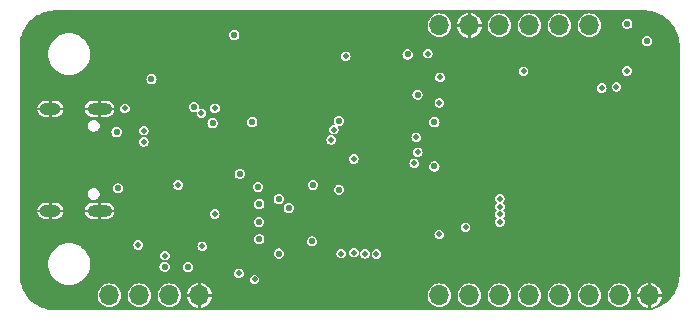
<source format=gbr>
%TF.GenerationSoftware,KiCad,Pcbnew,7.0.6*%
%TF.CreationDate,2023-10-17T01:06:07-04:00*%
%TF.ProjectId,tstick-5gw-pro-USB-V2-pcb,74737469-636b-42d3-9567-772d70726f2d,v0.0.2*%
%TF.SameCoordinates,Original*%
%TF.FileFunction,Copper,L2,Inr*%
%TF.FilePolarity,Positive*%
%FSLAX46Y46*%
G04 Gerber Fmt 4.6, Leading zero omitted, Abs format (unit mm)*
G04 Created by KiCad (PCBNEW 7.0.6) date 2023-10-17 01:06:07*
%MOMM*%
%LPD*%
G01*
G04 APERTURE LIST*
%TA.AperFunction,ComponentPad*%
%ADD10O,2.100000X1.000000*%
%TD*%
%TA.AperFunction,ComponentPad*%
%ADD11O,1.800000X1.000000*%
%TD*%
%TA.AperFunction,ComponentPad*%
%ADD12O,1.700000X1.700000*%
%TD*%
%TA.AperFunction,ViaPad*%
%ADD13C,0.558800*%
%TD*%
%TA.AperFunction,ViaPad*%
%ADD14C,0.508000*%
%TD*%
G04 APERTURE END LIST*
D10*
%TO.N,GND*%
%TO.C,J1*%
X105815000Y-56130000D03*
D11*
X101635000Y-56130000D03*
D10*
X105815000Y-64770000D03*
D11*
X101635000Y-64770000D03*
%TD*%
D12*
%TO.N,+3V3*%
%TO.C,BOARDLAYOUT1*%
X134580000Y-49060000D03*
%TO.N,GND*%
X137120000Y-49060000D03*
%TO.N,/IO8*%
X139660000Y-49060000D03*
%TO.N,/IO7*%
X142200000Y-49060000D03*
%TO.N,/IO6*%
X144740000Y-49060000D03*
%TO.N,/EN*%
X147280000Y-49060000D03*
%TO.N,GND*%
X152360000Y-71920000D03*
%TO.N,/IO1*%
X149820000Y-71920000D03*
%TO.N,/IO2*%
X147280000Y-71920000D03*
%TO.N,/IO4*%
X144740000Y-71920000D03*
%TO.N,/IO5*%
X142200000Y-71920000D03*
%TO.N,/COPI*%
X139660000Y-71920000D03*
%TO.N,/SCK*%
X137120000Y-71920000D03*
%TO.N,/CIPO*%
X134580000Y-71920000D03*
%TO.N,GND*%
X114260000Y-71920000D03*
%TO.N,+3V3*%
X111720000Y-71920000D03*
%TO.N,/SDA*%
X109180000Y-71920000D03*
%TO.N,/SCL*%
X106640000Y-71920000D03*
%TD*%
D13*
%TO.N,+BATT*%
X117200000Y-49875000D03*
X110200000Y-53600000D03*
X113800000Y-55975000D03*
X115375000Y-57331700D03*
D14*
X109079300Y-67650700D03*
D13*
%TO.N,+1V8*%
X126075000Y-62975000D03*
X121825000Y-64525000D03*
X119225000Y-62750000D03*
X117675000Y-61625000D03*
X119329300Y-64190700D03*
X123875000Y-62575000D03*
X120978401Y-63750000D03*
X118728859Y-57250000D03*
%TO.N,+3V3*%
X134150000Y-61010000D03*
X152160000Y-50400000D03*
X119319300Y-67170700D03*
X150480000Y-48930000D03*
X119300000Y-65700000D03*
X126050000Y-57151250D03*
X120983646Y-68383646D03*
X132725000Y-54925000D03*
X123800000Y-67350000D03*
X113283630Y-69533269D03*
X134150000Y-57250000D03*
X131885000Y-51525000D03*
D14*
%TO.N,GND*%
X107310000Y-63710000D03*
X134750000Y-51000000D03*
X123749999Y-60524999D03*
X149540000Y-56790000D03*
X109133300Y-64274497D03*
X126820000Y-49050000D03*
X109133300Y-65350000D03*
X123790000Y-72095000D03*
X128140000Y-51880000D03*
X150375000Y-57575000D03*
X153450000Y-70325000D03*
X110750000Y-62675000D03*
X109100000Y-68750000D03*
X148078573Y-61430720D03*
X114615000Y-63210000D03*
X146580000Y-61375000D03*
X153430000Y-50530000D03*
X145850000Y-60590000D03*
X145800000Y-57600000D03*
X128140000Y-48610000D03*
X122670000Y-52320000D03*
X150350000Y-59075000D03*
X110199497Y-62675000D03*
X109133300Y-65900000D03*
X122050000Y-68470000D03*
X149580000Y-61375000D03*
X115805700Y-62730700D03*
X109975000Y-60150000D03*
X112369999Y-69365699D03*
X116740000Y-50930000D03*
X107670000Y-50920000D03*
X132162500Y-62762500D03*
X122175000Y-59300000D03*
X133300000Y-56528700D03*
X111819540Y-62656755D03*
X131490000Y-72060000D03*
X145800000Y-59090000D03*
X109200000Y-62850000D03*
X118750000Y-56528700D03*
X126800000Y-57198750D03*
X107362105Y-57250000D03*
X122178399Y-63746601D03*
X109133300Y-66435221D03*
X116549300Y-68020700D03*
X148080000Y-56800000D03*
X109133300Y-64825000D03*
X111269094Y-62648836D03*
X122910000Y-48650000D03*
X150375000Y-60550000D03*
X127250000Y-57875000D03*
X116125000Y-72125000D03*
X114027256Y-69500475D03*
X146575000Y-56825000D03*
X149750000Y-48925000D03*
X110050000Y-67100000D03*
%TO.N,/EN*%
X132450000Y-60750000D03*
X150450000Y-52925000D03*
D13*
%TO.N,VUSB*%
X111309999Y-69495699D03*
X107250000Y-58075000D03*
X107375000Y-62850000D03*
D14*
%TO.N,/SCL*%
X125640000Y-57890000D03*
X132625000Y-58550000D03*
X109550000Y-57975000D03*
X127325000Y-60375000D03*
X117607931Y-70065500D03*
%TO.N,/SDA*%
X118925000Y-70575000D03*
X125425000Y-58750000D03*
X109550000Y-58925000D03*
X132745650Y-59805650D03*
%TO.N,/THRM*%
X114423699Y-56498699D03*
X107950000Y-56100000D03*
%TO.N,/IO4*%
X149570000Y-54260000D03*
%TO.N,/IO5*%
X148330000Y-54370000D03*
%TO.N,/IO9*%
X126650000Y-51675000D03*
X134575000Y-55611300D03*
%TO.N,/IO17*%
X141700000Y-52950000D03*
X115570000Y-56070000D03*
%TO.N,/IO3*%
X134635000Y-53465000D03*
X133600000Y-51450000D03*
%TO.N,/SCK*%
X136790000Y-66160000D03*
%TO.N,/CIPO*%
X134568159Y-66765050D03*
%TO.N,/IO39*%
X139700000Y-65700000D03*
X129250000Y-68425000D03*
%TO.N,/IO40*%
X128275000Y-68400000D03*
X139700000Y-65036503D03*
%TO.N,/IO41*%
X127340000Y-68300000D03*
X139700000Y-64400000D03*
%TO.N,/IO42*%
X139690000Y-63725000D03*
X126270000Y-68380000D03*
%TO.N,SYS*%
X115550000Y-65025000D03*
X114500000Y-67775000D03*
X112451373Y-62579797D03*
X111349999Y-68555699D03*
%TD*%
%TA.AperFunction,Conductor*%
%TO.N,GND*%
G36*
X151918666Y-47791424D02*
G01*
X152051813Y-47798402D01*
X152218779Y-47807779D01*
X152237407Y-47808826D01*
X152239255Y-47809023D01*
X152393847Y-47833508D01*
X152558389Y-47861465D01*
X152560065Y-47861832D01*
X152621132Y-47878194D01*
X152714893Y-47903318D01*
X152871722Y-47948499D01*
X152873211Y-47948998D01*
X153024383Y-48007027D01*
X153173788Y-48068913D01*
X153175097Y-48069516D01*
X153320132Y-48143415D01*
X153461014Y-48221279D01*
X153462144Y-48221957D01*
X153599070Y-48310878D01*
X153600991Y-48312241D01*
X153730082Y-48403836D01*
X153731021Y-48404549D01*
X153857771Y-48507189D01*
X153858452Y-48507768D01*
X153977824Y-48614445D01*
X153978565Y-48615145D01*
X154093953Y-48730533D01*
X154094656Y-48731277D01*
X154162286Y-48806955D01*
X154201325Y-48850640D01*
X154201909Y-48851327D01*
X154304549Y-48978076D01*
X154305262Y-48979016D01*
X154398220Y-49110027D01*
X154487141Y-49246954D01*
X154487819Y-49248084D01*
X154565688Y-49388976D01*
X154639575Y-49533987D01*
X154640185Y-49535310D01*
X154702077Y-49684729D01*
X154760093Y-49835868D01*
X154760600Y-49837381D01*
X154805779Y-49994197D01*
X154847266Y-50149033D01*
X154847637Y-50150727D01*
X154875594Y-50315269D01*
X154900073Y-50469828D01*
X154900272Y-50471690D01*
X154910709Y-50657517D01*
X154913979Y-50719913D01*
X154917675Y-50790433D01*
X154917700Y-50791383D01*
X154917700Y-70190416D01*
X154917675Y-70191367D01*
X154915037Y-70241705D01*
X154910709Y-70324282D01*
X154900272Y-70510108D01*
X154900073Y-70511970D01*
X154875594Y-70666530D01*
X154847637Y-70831071D01*
X154847266Y-70832765D01*
X154805779Y-70987602D01*
X154760600Y-71144418D01*
X154760093Y-71145930D01*
X154702077Y-71297070D01*
X154640185Y-71446488D01*
X154639575Y-71447811D01*
X154565688Y-71592823D01*
X154487819Y-71733714D01*
X154487141Y-71734844D01*
X154398220Y-71871772D01*
X154305262Y-72002782D01*
X154304549Y-72003722D01*
X154201909Y-72130471D01*
X154201325Y-72131158D01*
X154094668Y-72250508D01*
X154093953Y-72251265D01*
X153978565Y-72366653D01*
X153977808Y-72367368D01*
X153858458Y-72474025D01*
X153857771Y-72474609D01*
X153731022Y-72577249D01*
X153730082Y-72577962D01*
X153599072Y-72670920D01*
X153462144Y-72759841D01*
X153461014Y-72760519D01*
X153320123Y-72838388D01*
X153175111Y-72912275D01*
X153173788Y-72912885D01*
X153024370Y-72974777D01*
X152873230Y-73032793D01*
X152871718Y-73033300D01*
X152714902Y-73078479D01*
X152560065Y-73119966D01*
X152558371Y-73120337D01*
X152393830Y-73148294D01*
X152239270Y-73172773D01*
X152237408Y-73172972D01*
X152051582Y-73183409D01*
X151985938Y-73186849D01*
X151918666Y-73190375D01*
X151917717Y-73190400D01*
X102038683Y-73190400D01*
X102037733Y-73190375D01*
X101967213Y-73186679D01*
X101904817Y-73183409D01*
X101718990Y-73172972D01*
X101717128Y-73172773D01*
X101562569Y-73148294D01*
X101398027Y-73120337D01*
X101396333Y-73119966D01*
X101241497Y-73078479D01*
X101084681Y-73033300D01*
X101083168Y-73032793D01*
X100932029Y-72974777D01*
X100782610Y-72912885D01*
X100781287Y-72912275D01*
X100636276Y-72838388D01*
X100495384Y-72760519D01*
X100494254Y-72759841D01*
X100357327Y-72670920D01*
X100226316Y-72577962D01*
X100225376Y-72577249D01*
X100098627Y-72474609D01*
X100097940Y-72474025D01*
X99978577Y-72367356D01*
X99977833Y-72366653D01*
X99862445Y-72251265D01*
X99861745Y-72250524D01*
X99755068Y-72131152D01*
X99754489Y-72130471D01*
X99651849Y-72003721D01*
X99651136Y-72002782D01*
X99592402Y-71920004D01*
X105632247Y-71920004D01*
X105651610Y-72116602D01*
X105651610Y-72116603D01*
X105692460Y-72251265D01*
X105708958Y-72305650D01*
X105802084Y-72479878D01*
X105927411Y-72632589D01*
X106080122Y-72757916D01*
X106254350Y-72851042D01*
X106405843Y-72896997D01*
X106443397Y-72908389D01*
X106639996Y-72927753D01*
X106640000Y-72927753D01*
X106640004Y-72927753D01*
X106797282Y-72912261D01*
X106836603Y-72908389D01*
X107025650Y-72851042D01*
X107199878Y-72757916D01*
X107352589Y-72632589D01*
X107477916Y-72479878D01*
X107571042Y-72305650D01*
X107628389Y-72116603D01*
X107632261Y-72077282D01*
X107647753Y-71920004D01*
X108172247Y-71920004D01*
X108191610Y-72116602D01*
X108191610Y-72116603D01*
X108232460Y-72251265D01*
X108248958Y-72305650D01*
X108342084Y-72479878D01*
X108467411Y-72632589D01*
X108620122Y-72757916D01*
X108794350Y-72851042D01*
X108945843Y-72896997D01*
X108983397Y-72908389D01*
X109179996Y-72927753D01*
X109180000Y-72927753D01*
X109180004Y-72927753D01*
X109337282Y-72912261D01*
X109376603Y-72908389D01*
X109565650Y-72851042D01*
X109739878Y-72757916D01*
X109892589Y-72632589D01*
X110017916Y-72479878D01*
X110111042Y-72305650D01*
X110168389Y-72116603D01*
X110172261Y-72077282D01*
X110187753Y-71920004D01*
X110712247Y-71920004D01*
X110731610Y-72116602D01*
X110731610Y-72116603D01*
X110772460Y-72251265D01*
X110788958Y-72305650D01*
X110882084Y-72479878D01*
X111007411Y-72632589D01*
X111160122Y-72757916D01*
X111334350Y-72851042D01*
X111485843Y-72896997D01*
X111523397Y-72908389D01*
X111719996Y-72927753D01*
X111720000Y-72927753D01*
X111720004Y-72927753D01*
X111877282Y-72912261D01*
X111916603Y-72908389D01*
X112105650Y-72851042D01*
X112279878Y-72757916D01*
X112432589Y-72632589D01*
X112557916Y-72479878D01*
X112651042Y-72305650D01*
X112708389Y-72116603D01*
X112712261Y-72077282D01*
X112727753Y-71920004D01*
X112727753Y-71919995D01*
X112717786Y-71818799D01*
X113212474Y-71818799D01*
X113212475Y-71818800D01*
X113768606Y-71818800D01*
X113760000Y-71848111D01*
X113760000Y-71991889D01*
X113768606Y-72021200D01*
X113212475Y-72021200D01*
X113222826Y-72126305D01*
X113222826Y-72126306D01*
X113283002Y-72324676D01*
X113283007Y-72324688D01*
X113380726Y-72507507D01*
X113380729Y-72507512D01*
X113512239Y-72667758D01*
X113512241Y-72667760D01*
X113672487Y-72799270D01*
X113672492Y-72799273D01*
X113855311Y-72896992D01*
X113855323Y-72896997D01*
X114053693Y-72957173D01*
X114158799Y-72967524D01*
X114158800Y-72967523D01*
X114158799Y-72410591D01*
X114224237Y-72420000D01*
X114295763Y-72420000D01*
X114361200Y-72410591D01*
X114361200Y-72967524D01*
X114466305Y-72957173D01*
X114466306Y-72957173D01*
X114664676Y-72896997D01*
X114664688Y-72896992D01*
X114847507Y-72799273D01*
X114847512Y-72799270D01*
X115007758Y-72667760D01*
X115007760Y-72667758D01*
X115139270Y-72507512D01*
X115139273Y-72507507D01*
X115236992Y-72324688D01*
X115236997Y-72324676D01*
X115297173Y-72126306D01*
X115297173Y-72126305D01*
X115307525Y-72021200D01*
X114751394Y-72021200D01*
X114760000Y-71991889D01*
X114760000Y-71920004D01*
X133572247Y-71920004D01*
X133591610Y-72116602D01*
X133591610Y-72116603D01*
X133632460Y-72251265D01*
X133648958Y-72305650D01*
X133742084Y-72479878D01*
X133867411Y-72632589D01*
X134020122Y-72757916D01*
X134194350Y-72851042D01*
X134345843Y-72896997D01*
X134383397Y-72908389D01*
X134579996Y-72927753D01*
X134580000Y-72927753D01*
X134580004Y-72927753D01*
X134737282Y-72912261D01*
X134776603Y-72908389D01*
X134965650Y-72851042D01*
X135139878Y-72757916D01*
X135292589Y-72632589D01*
X135417916Y-72479878D01*
X135511042Y-72305650D01*
X135568389Y-72116603D01*
X135572261Y-72077282D01*
X135587753Y-71920004D01*
X136112247Y-71920004D01*
X136131610Y-72116602D01*
X136131610Y-72116603D01*
X136172460Y-72251265D01*
X136188958Y-72305650D01*
X136282084Y-72479878D01*
X136407411Y-72632589D01*
X136560122Y-72757916D01*
X136734350Y-72851042D01*
X136885843Y-72896997D01*
X136923397Y-72908389D01*
X137119996Y-72927753D01*
X137120000Y-72927753D01*
X137120004Y-72927753D01*
X137277282Y-72912261D01*
X137316603Y-72908389D01*
X137505650Y-72851042D01*
X137679878Y-72757916D01*
X137832589Y-72632589D01*
X137957916Y-72479878D01*
X138051042Y-72305650D01*
X138108389Y-72116603D01*
X138112261Y-72077282D01*
X138127753Y-71920004D01*
X138652247Y-71920004D01*
X138671610Y-72116602D01*
X138671610Y-72116603D01*
X138712460Y-72251265D01*
X138728958Y-72305650D01*
X138822084Y-72479878D01*
X138947411Y-72632589D01*
X139100122Y-72757916D01*
X139274350Y-72851042D01*
X139425843Y-72896997D01*
X139463397Y-72908389D01*
X139659996Y-72927753D01*
X139660000Y-72927753D01*
X139660004Y-72927753D01*
X139817282Y-72912261D01*
X139856603Y-72908389D01*
X140045650Y-72851042D01*
X140219878Y-72757916D01*
X140372589Y-72632589D01*
X140497916Y-72479878D01*
X140591042Y-72305650D01*
X140648389Y-72116603D01*
X140652261Y-72077282D01*
X140667753Y-71920004D01*
X141192247Y-71920004D01*
X141211610Y-72116602D01*
X141211610Y-72116603D01*
X141252460Y-72251265D01*
X141268958Y-72305650D01*
X141362084Y-72479878D01*
X141487411Y-72632589D01*
X141640122Y-72757916D01*
X141814350Y-72851042D01*
X141965843Y-72896997D01*
X142003397Y-72908389D01*
X142199996Y-72927753D01*
X142200000Y-72927753D01*
X142200004Y-72927753D01*
X142357282Y-72912261D01*
X142396603Y-72908389D01*
X142585650Y-72851042D01*
X142759878Y-72757916D01*
X142912589Y-72632589D01*
X143037916Y-72479878D01*
X143131042Y-72305650D01*
X143188389Y-72116603D01*
X143192261Y-72077282D01*
X143207753Y-71920004D01*
X143732247Y-71920004D01*
X143751610Y-72116602D01*
X143751610Y-72116603D01*
X143792460Y-72251265D01*
X143808958Y-72305650D01*
X143902084Y-72479878D01*
X144027411Y-72632589D01*
X144180122Y-72757916D01*
X144354350Y-72851042D01*
X144505843Y-72896997D01*
X144543397Y-72908389D01*
X144739996Y-72927753D01*
X144740000Y-72927753D01*
X144740004Y-72927753D01*
X144897282Y-72912261D01*
X144936603Y-72908389D01*
X145125650Y-72851042D01*
X145299878Y-72757916D01*
X145452589Y-72632589D01*
X145577916Y-72479878D01*
X145671042Y-72305650D01*
X145728389Y-72116603D01*
X145732261Y-72077282D01*
X145747753Y-71920004D01*
X146272247Y-71920004D01*
X146291610Y-72116602D01*
X146291610Y-72116603D01*
X146332460Y-72251265D01*
X146348958Y-72305650D01*
X146442084Y-72479878D01*
X146567411Y-72632589D01*
X146720122Y-72757916D01*
X146894350Y-72851042D01*
X147045843Y-72896997D01*
X147083397Y-72908389D01*
X147279996Y-72927753D01*
X147280000Y-72927753D01*
X147280004Y-72927753D01*
X147437282Y-72912261D01*
X147476603Y-72908389D01*
X147665650Y-72851042D01*
X147839878Y-72757916D01*
X147992589Y-72632589D01*
X148117916Y-72479878D01*
X148211042Y-72305650D01*
X148268389Y-72116603D01*
X148272261Y-72077282D01*
X148287753Y-71920004D01*
X148812247Y-71920004D01*
X148831610Y-72116602D01*
X148831610Y-72116603D01*
X148872460Y-72251265D01*
X148888958Y-72305650D01*
X148982084Y-72479878D01*
X149107411Y-72632589D01*
X149260122Y-72757916D01*
X149434350Y-72851042D01*
X149585843Y-72896997D01*
X149623397Y-72908389D01*
X149819996Y-72927753D01*
X149820000Y-72927753D01*
X149820004Y-72927753D01*
X149977282Y-72912261D01*
X150016603Y-72908389D01*
X150205650Y-72851042D01*
X150379878Y-72757916D01*
X150532589Y-72632589D01*
X150657916Y-72479878D01*
X150751042Y-72305650D01*
X150808389Y-72116603D01*
X150812261Y-72077282D01*
X150827753Y-71920004D01*
X150827753Y-71919995D01*
X150817786Y-71818799D01*
X151312474Y-71818799D01*
X151312475Y-71818800D01*
X151868606Y-71818800D01*
X151860000Y-71848111D01*
X151860000Y-71991889D01*
X151868606Y-72021200D01*
X151312475Y-72021200D01*
X151322826Y-72126305D01*
X151322826Y-72126306D01*
X151383002Y-72324676D01*
X151383007Y-72324688D01*
X151480726Y-72507507D01*
X151480729Y-72507512D01*
X151612239Y-72667758D01*
X151612241Y-72667760D01*
X151772487Y-72799270D01*
X151772492Y-72799273D01*
X151955311Y-72896992D01*
X151955323Y-72896997D01*
X152153693Y-72957173D01*
X152258799Y-72967524D01*
X152258800Y-72967524D01*
X152258800Y-72410591D01*
X152324237Y-72420000D01*
X152395763Y-72420000D01*
X152461199Y-72410591D01*
X152461199Y-72967524D01*
X152566305Y-72957173D01*
X152566306Y-72957173D01*
X152764676Y-72896997D01*
X152764688Y-72896992D01*
X152947507Y-72799273D01*
X152947512Y-72799270D01*
X153107758Y-72667760D01*
X153107760Y-72667758D01*
X153239270Y-72507512D01*
X153239273Y-72507507D01*
X153336992Y-72324688D01*
X153336997Y-72324676D01*
X153397173Y-72126306D01*
X153397173Y-72126305D01*
X153407525Y-72021200D01*
X152851394Y-72021200D01*
X152860000Y-71991889D01*
X152860000Y-71848111D01*
X152851394Y-71818800D01*
X153407525Y-71818800D01*
X153407525Y-71818799D01*
X153397173Y-71713694D01*
X153397173Y-71713693D01*
X153336997Y-71515323D01*
X153336992Y-71515311D01*
X153239273Y-71332492D01*
X153239270Y-71332487D01*
X153107760Y-71172241D01*
X153107758Y-71172239D01*
X152947512Y-71040729D01*
X152947507Y-71040726D01*
X152764688Y-70943007D01*
X152764676Y-70943002D01*
X152566305Y-70882826D01*
X152461199Y-70872474D01*
X152461199Y-71429408D01*
X152395763Y-71420000D01*
X152324237Y-71420000D01*
X152258800Y-71429408D01*
X152258800Y-70872475D01*
X152258799Y-70872474D01*
X152153694Y-70882826D01*
X152153693Y-70882826D01*
X151955323Y-70943002D01*
X151955311Y-70943007D01*
X151772492Y-71040726D01*
X151772487Y-71040729D01*
X151612241Y-71172239D01*
X151612239Y-71172241D01*
X151480729Y-71332487D01*
X151480726Y-71332492D01*
X151383007Y-71515311D01*
X151383002Y-71515323D01*
X151322826Y-71713693D01*
X151322826Y-71713694D01*
X151312474Y-71818799D01*
X150817786Y-71818799D01*
X150808389Y-71723397D01*
X150808389Y-71723396D01*
X150784563Y-71644856D01*
X150751042Y-71534350D01*
X150657916Y-71360122D01*
X150532589Y-71207411D01*
X150379878Y-71082084D01*
X150205650Y-70988958D01*
X150205643Y-70988955D01*
X150205641Y-70988955D01*
X150016602Y-70931610D01*
X149820004Y-70912247D01*
X149819996Y-70912247D01*
X149623397Y-70931610D01*
X149623396Y-70931610D01*
X149434358Y-70988955D01*
X149434352Y-70988957D01*
X149434350Y-70988958D01*
X149434347Y-70988959D01*
X149434346Y-70988960D01*
X149260125Y-71082082D01*
X149260120Y-71082085D01*
X149107412Y-71207410D01*
X149107410Y-71207412D01*
X148982085Y-71360120D01*
X148982082Y-71360125D01*
X148888960Y-71534346D01*
X148888955Y-71534358D01*
X148831610Y-71723396D01*
X148831610Y-71723397D01*
X148812247Y-71919995D01*
X148812247Y-71920004D01*
X148287753Y-71920004D01*
X148287753Y-71919995D01*
X148268389Y-71723397D01*
X148268389Y-71723396D01*
X148244563Y-71644856D01*
X148211042Y-71534350D01*
X148117916Y-71360122D01*
X147992589Y-71207411D01*
X147839878Y-71082084D01*
X147665650Y-70988958D01*
X147665643Y-70988955D01*
X147665641Y-70988955D01*
X147476602Y-70931610D01*
X147280004Y-70912247D01*
X147279996Y-70912247D01*
X147083397Y-70931610D01*
X147083396Y-70931610D01*
X146894358Y-70988955D01*
X146894352Y-70988957D01*
X146894350Y-70988958D01*
X146894347Y-70988959D01*
X146894346Y-70988960D01*
X146720125Y-71082082D01*
X146720120Y-71082085D01*
X146567412Y-71207410D01*
X146567410Y-71207412D01*
X146442085Y-71360120D01*
X146442082Y-71360125D01*
X146348960Y-71534346D01*
X146348955Y-71534358D01*
X146291610Y-71723396D01*
X146291610Y-71723397D01*
X146272247Y-71919995D01*
X146272247Y-71920004D01*
X145747753Y-71920004D01*
X145747753Y-71919995D01*
X145728389Y-71723397D01*
X145728389Y-71723396D01*
X145704563Y-71644856D01*
X145671042Y-71534350D01*
X145577916Y-71360122D01*
X145452589Y-71207411D01*
X145299878Y-71082084D01*
X145125650Y-70988958D01*
X145125643Y-70988955D01*
X145125641Y-70988955D01*
X144936602Y-70931610D01*
X144740004Y-70912247D01*
X144739996Y-70912247D01*
X144543397Y-70931610D01*
X144543396Y-70931610D01*
X144354358Y-70988955D01*
X144354352Y-70988957D01*
X144354350Y-70988958D01*
X144354347Y-70988959D01*
X144354346Y-70988960D01*
X144180125Y-71082082D01*
X144180120Y-71082085D01*
X144027412Y-71207410D01*
X144027410Y-71207412D01*
X143902085Y-71360120D01*
X143902082Y-71360125D01*
X143808960Y-71534346D01*
X143808955Y-71534358D01*
X143751610Y-71723396D01*
X143751610Y-71723397D01*
X143732247Y-71919995D01*
X143732247Y-71920004D01*
X143207753Y-71920004D01*
X143207753Y-71919995D01*
X143188389Y-71723397D01*
X143188389Y-71723396D01*
X143164563Y-71644856D01*
X143131042Y-71534350D01*
X143037916Y-71360122D01*
X142912589Y-71207411D01*
X142759878Y-71082084D01*
X142585650Y-70988958D01*
X142585643Y-70988955D01*
X142585641Y-70988955D01*
X142396602Y-70931610D01*
X142200004Y-70912247D01*
X142199996Y-70912247D01*
X142003397Y-70931610D01*
X142003396Y-70931610D01*
X141814358Y-70988955D01*
X141814352Y-70988957D01*
X141814350Y-70988958D01*
X141814347Y-70988959D01*
X141814346Y-70988960D01*
X141640125Y-71082082D01*
X141640120Y-71082085D01*
X141487412Y-71207410D01*
X141487410Y-71207412D01*
X141362085Y-71360120D01*
X141362082Y-71360125D01*
X141268960Y-71534346D01*
X141268955Y-71534358D01*
X141211610Y-71723396D01*
X141211610Y-71723397D01*
X141192247Y-71919995D01*
X141192247Y-71920004D01*
X140667753Y-71920004D01*
X140667753Y-71919995D01*
X140648389Y-71723397D01*
X140648389Y-71723396D01*
X140624563Y-71644856D01*
X140591042Y-71534350D01*
X140497916Y-71360122D01*
X140372589Y-71207411D01*
X140219878Y-71082084D01*
X140045650Y-70988958D01*
X140045643Y-70988955D01*
X140045641Y-70988955D01*
X139856602Y-70931610D01*
X139660004Y-70912247D01*
X139659996Y-70912247D01*
X139463397Y-70931610D01*
X139463396Y-70931610D01*
X139274358Y-70988955D01*
X139274352Y-70988957D01*
X139274350Y-70988958D01*
X139274347Y-70988959D01*
X139274346Y-70988960D01*
X139100125Y-71082082D01*
X139100120Y-71082085D01*
X138947412Y-71207410D01*
X138947410Y-71207412D01*
X138822085Y-71360120D01*
X138822082Y-71360125D01*
X138728960Y-71534346D01*
X138728955Y-71534358D01*
X138671610Y-71723396D01*
X138671610Y-71723397D01*
X138652247Y-71919995D01*
X138652247Y-71920004D01*
X138127753Y-71920004D01*
X138127753Y-71919995D01*
X138108389Y-71723397D01*
X138108389Y-71723396D01*
X138084563Y-71644856D01*
X138051042Y-71534350D01*
X137957916Y-71360122D01*
X137832589Y-71207411D01*
X137679878Y-71082084D01*
X137505650Y-70988958D01*
X137505643Y-70988955D01*
X137505641Y-70988955D01*
X137316602Y-70931610D01*
X137120004Y-70912247D01*
X137119996Y-70912247D01*
X136923397Y-70931610D01*
X136923396Y-70931610D01*
X136734358Y-70988955D01*
X136734352Y-70988957D01*
X136734350Y-70988958D01*
X136734347Y-70988959D01*
X136734346Y-70988960D01*
X136560125Y-71082082D01*
X136560120Y-71082085D01*
X136407412Y-71207410D01*
X136407410Y-71207412D01*
X136282085Y-71360120D01*
X136282082Y-71360125D01*
X136188960Y-71534346D01*
X136188955Y-71534358D01*
X136131610Y-71723396D01*
X136131610Y-71723397D01*
X136112247Y-71919995D01*
X136112247Y-71920004D01*
X135587753Y-71920004D01*
X135587753Y-71919995D01*
X135568389Y-71723397D01*
X135568389Y-71723396D01*
X135544563Y-71644856D01*
X135511042Y-71534350D01*
X135417916Y-71360122D01*
X135292589Y-71207411D01*
X135139878Y-71082084D01*
X134965650Y-70988958D01*
X134965643Y-70988955D01*
X134965641Y-70988955D01*
X134776602Y-70931610D01*
X134580004Y-70912247D01*
X134579996Y-70912247D01*
X134383397Y-70931610D01*
X134383396Y-70931610D01*
X134194358Y-70988955D01*
X134194352Y-70988957D01*
X134194350Y-70988958D01*
X134194347Y-70988959D01*
X134194346Y-70988960D01*
X134020125Y-71082082D01*
X134020120Y-71082085D01*
X133867412Y-71207410D01*
X133867410Y-71207412D01*
X133742085Y-71360120D01*
X133742082Y-71360125D01*
X133648960Y-71534346D01*
X133648955Y-71534358D01*
X133591610Y-71723396D01*
X133591610Y-71723397D01*
X133572247Y-71919995D01*
X133572247Y-71920004D01*
X114760000Y-71920004D01*
X114760000Y-71848111D01*
X114751394Y-71818800D01*
X115307525Y-71818800D01*
X115307525Y-71818799D01*
X115297173Y-71713694D01*
X115297173Y-71713693D01*
X115236997Y-71515323D01*
X115236992Y-71515311D01*
X115139273Y-71332492D01*
X115139270Y-71332487D01*
X115007760Y-71172241D01*
X115007758Y-71172239D01*
X114847512Y-71040729D01*
X114847507Y-71040726D01*
X114664688Y-70943007D01*
X114664676Y-70943002D01*
X114466305Y-70882826D01*
X114361200Y-70872474D01*
X114361199Y-70872475D01*
X114361199Y-71429408D01*
X114295763Y-71420000D01*
X114224237Y-71420000D01*
X114158800Y-71429408D01*
X114158800Y-70872475D01*
X114158799Y-70872474D01*
X114053694Y-70882826D01*
X114053693Y-70882826D01*
X113855323Y-70943002D01*
X113855311Y-70943007D01*
X113672492Y-71040726D01*
X113672487Y-71040729D01*
X113512241Y-71172239D01*
X113512239Y-71172241D01*
X113380729Y-71332487D01*
X113380726Y-71332492D01*
X113283007Y-71515311D01*
X113283002Y-71515323D01*
X113222826Y-71713693D01*
X113222826Y-71713694D01*
X113212474Y-71818799D01*
X112717786Y-71818799D01*
X112708389Y-71723397D01*
X112708389Y-71723396D01*
X112684563Y-71644856D01*
X112651042Y-71534350D01*
X112557916Y-71360122D01*
X112432589Y-71207411D01*
X112279878Y-71082084D01*
X112105650Y-70988958D01*
X112105643Y-70988955D01*
X112105641Y-70988955D01*
X111916602Y-70931610D01*
X111720004Y-70912247D01*
X111719996Y-70912247D01*
X111523397Y-70931610D01*
X111523396Y-70931610D01*
X111334358Y-70988955D01*
X111334352Y-70988957D01*
X111334350Y-70988958D01*
X111334347Y-70988959D01*
X111334346Y-70988960D01*
X111160125Y-71082082D01*
X111160120Y-71082085D01*
X111007412Y-71207410D01*
X111007410Y-71207412D01*
X110882085Y-71360120D01*
X110882082Y-71360125D01*
X110788960Y-71534346D01*
X110788955Y-71534358D01*
X110731610Y-71723396D01*
X110731610Y-71723397D01*
X110712247Y-71919995D01*
X110712247Y-71920004D01*
X110187753Y-71920004D01*
X110187753Y-71919995D01*
X110168389Y-71723397D01*
X110168389Y-71723396D01*
X110144563Y-71644856D01*
X110111042Y-71534350D01*
X110017916Y-71360122D01*
X109892589Y-71207411D01*
X109739878Y-71082084D01*
X109565650Y-70988958D01*
X109565643Y-70988955D01*
X109565641Y-70988955D01*
X109376602Y-70931610D01*
X109180004Y-70912247D01*
X109179996Y-70912247D01*
X108983397Y-70931610D01*
X108983396Y-70931610D01*
X108794358Y-70988955D01*
X108794352Y-70988957D01*
X108794350Y-70988958D01*
X108794347Y-70988959D01*
X108794346Y-70988960D01*
X108620125Y-71082082D01*
X108620120Y-71082085D01*
X108467412Y-71207410D01*
X108467410Y-71207412D01*
X108342085Y-71360120D01*
X108342082Y-71360125D01*
X108248960Y-71534346D01*
X108248955Y-71534358D01*
X108191610Y-71723396D01*
X108191610Y-71723397D01*
X108172247Y-71919995D01*
X108172247Y-71920004D01*
X107647753Y-71920004D01*
X107647753Y-71919995D01*
X107628389Y-71723397D01*
X107628389Y-71723396D01*
X107604563Y-71644856D01*
X107571042Y-71534350D01*
X107477916Y-71360122D01*
X107352589Y-71207411D01*
X107199878Y-71082084D01*
X107025650Y-70988958D01*
X107025643Y-70988955D01*
X107025641Y-70988955D01*
X106836602Y-70931610D01*
X106640004Y-70912247D01*
X106639996Y-70912247D01*
X106443397Y-70931610D01*
X106443396Y-70931610D01*
X106254358Y-70988955D01*
X106254352Y-70988957D01*
X106254350Y-70988958D01*
X106254347Y-70988959D01*
X106254346Y-70988960D01*
X106080125Y-71082082D01*
X106080120Y-71082085D01*
X105927412Y-71207410D01*
X105927410Y-71207412D01*
X105802085Y-71360120D01*
X105802082Y-71360125D01*
X105708960Y-71534346D01*
X105708955Y-71534358D01*
X105651610Y-71723396D01*
X105651610Y-71723397D01*
X105632247Y-71919995D01*
X105632247Y-71920004D01*
X99592402Y-71920004D01*
X99558179Y-71871772D01*
X99469257Y-71734844D01*
X99468579Y-71733714D01*
X99462877Y-71723397D01*
X99390711Y-71592823D01*
X99316816Y-71447797D01*
X99316213Y-71446488D01*
X99254322Y-71297070D01*
X99196298Y-71145911D01*
X99195799Y-71144422D01*
X99150614Y-70987579D01*
X99150451Y-70986972D01*
X99119772Y-70872474D01*
X99109132Y-70832765D01*
X99108765Y-70831089D01*
X99080801Y-70666506D01*
X99056323Y-70511955D01*
X99056126Y-70510107D01*
X99048650Y-70376990D01*
X99045690Y-70324282D01*
X99038724Y-70191366D01*
X99038700Y-70190417D01*
X99038700Y-69402681D01*
X101459500Y-69402681D01*
X101499050Y-69665079D01*
X101577262Y-69918641D01*
X101577265Y-69918647D01*
X101577266Y-69918650D01*
X101647985Y-70065500D01*
X101692400Y-70157728D01*
X101692400Y-70157730D01*
X101841882Y-70376979D01*
X101841891Y-70376990D01*
X102022368Y-70571499D01*
X102022372Y-70571503D01*
X102022377Y-70571508D01*
X102229845Y-70736958D01*
X102229854Y-70736963D01*
X102459642Y-70869632D01*
X102459657Y-70869640D01*
X102706666Y-70966584D01*
X102706665Y-70966584D01*
X102706671Y-70966585D01*
X102706673Y-70966586D01*
X102965381Y-71025635D01*
X102965383Y-71025635D01*
X102965387Y-71025636D01*
X102965385Y-71025636D01*
X103144570Y-71039063D01*
X103163745Y-71040500D01*
X103163746Y-71040500D01*
X103296254Y-71040500D01*
X103296255Y-71040500D01*
X103320025Y-71038718D01*
X103494613Y-71025636D01*
X103494616Y-71025635D01*
X103494619Y-71025635D01*
X103753327Y-70966586D01*
X103753330Y-70966584D01*
X103753333Y-70966584D01*
X103993119Y-70872475D01*
X104000345Y-70869639D01*
X104230155Y-70736958D01*
X104433243Y-70575001D01*
X118513028Y-70575001D01*
X118533191Y-70702308D01*
X118591705Y-70817147D01*
X118591706Y-70817148D01*
X118591708Y-70817151D01*
X118682849Y-70908292D01*
X118682851Y-70908293D01*
X118682852Y-70908294D01*
X118797691Y-70966808D01*
X118797692Y-70966808D01*
X118797694Y-70966809D01*
X118886581Y-70980887D01*
X118924999Y-70986972D01*
X118925000Y-70986972D01*
X118925001Y-70986972D01*
X118948958Y-70983177D01*
X119052306Y-70966809D01*
X119167151Y-70908292D01*
X119258292Y-70817151D01*
X119316809Y-70702306D01*
X119336972Y-70575000D01*
X119316809Y-70447694D01*
X119316808Y-70447692D01*
X119316808Y-70447691D01*
X119258294Y-70332852D01*
X119258293Y-70332851D01*
X119258292Y-70332849D01*
X119167151Y-70241708D01*
X119167148Y-70241706D01*
X119167147Y-70241705D01*
X119052308Y-70183191D01*
X119052309Y-70183191D01*
X118925001Y-70163028D01*
X118924999Y-70163028D01*
X118797691Y-70183191D01*
X118682852Y-70241705D01*
X118591705Y-70332852D01*
X118533191Y-70447691D01*
X118513028Y-70574998D01*
X118513028Y-70575001D01*
X104433243Y-70575001D01*
X104437623Y-70571508D01*
X104618114Y-70376984D01*
X104767598Y-70157733D01*
X104812014Y-70065501D01*
X117195959Y-70065501D01*
X117216122Y-70192808D01*
X117274636Y-70307647D01*
X117274637Y-70307648D01*
X117274639Y-70307651D01*
X117365780Y-70398792D01*
X117365782Y-70398793D01*
X117365783Y-70398794D01*
X117480622Y-70457308D01*
X117480623Y-70457308D01*
X117480625Y-70457309D01*
X117569512Y-70471387D01*
X117607930Y-70477472D01*
X117607931Y-70477472D01*
X117607932Y-70477472D01*
X117631889Y-70473677D01*
X117735237Y-70457309D01*
X117850082Y-70398792D01*
X117941223Y-70307651D01*
X117999740Y-70192806D01*
X118019903Y-70065500D01*
X117999740Y-69938194D01*
X117999739Y-69938192D01*
X117999739Y-69938191D01*
X117941225Y-69823352D01*
X117941224Y-69823351D01*
X117941223Y-69823349D01*
X117850082Y-69732208D01*
X117850079Y-69732206D01*
X117850078Y-69732205D01*
X117735239Y-69673691D01*
X117735240Y-69673691D01*
X117607932Y-69653528D01*
X117607930Y-69653528D01*
X117480622Y-69673691D01*
X117365783Y-69732205D01*
X117274636Y-69823352D01*
X117216122Y-69938191D01*
X117195959Y-70065498D01*
X117195959Y-70065501D01*
X104812014Y-70065501D01*
X104882734Y-69918650D01*
X104960950Y-69665078D01*
X104986479Y-69495701D01*
X110873254Y-69495701D01*
X110890944Y-69618743D01*
X110942584Y-69731817D01*
X110942588Y-69731824D01*
X111023988Y-69825765D01*
X111023989Y-69825765D01*
X111023992Y-69825769D01*
X111128569Y-69892976D01*
X111128571Y-69892977D01*
X111247839Y-69927998D01*
X111247842Y-69927998D01*
X111247844Y-69927999D01*
X111247846Y-69927999D01*
X111372152Y-69927999D01*
X111372154Y-69927999D01*
X111372156Y-69927998D01*
X111372158Y-69927998D01*
X111431791Y-69910487D01*
X111491429Y-69892976D01*
X111596006Y-69825769D01*
X111677412Y-69731821D01*
X111729053Y-69618744D01*
X111741342Y-69533271D01*
X112846885Y-69533271D01*
X112864575Y-69656313D01*
X112916215Y-69769387D01*
X112916219Y-69769394D01*
X112997619Y-69863335D01*
X112997620Y-69863335D01*
X112997623Y-69863339D01*
X113098237Y-69927999D01*
X113102202Y-69930547D01*
X113221470Y-69965568D01*
X113221473Y-69965568D01*
X113221475Y-69965569D01*
X113221477Y-69965569D01*
X113345783Y-69965569D01*
X113345785Y-69965569D01*
X113345787Y-69965568D01*
X113345789Y-69965568D01*
X113405422Y-69948057D01*
X113465060Y-69930546D01*
X113569637Y-69863339D01*
X113651043Y-69769391D01*
X113702684Y-69656314D01*
X113720375Y-69533269D01*
X113714973Y-69495699D01*
X113702684Y-69410224D01*
X113651044Y-69297150D01*
X113651043Y-69297147D01*
X113618491Y-69259580D01*
X113569640Y-69203202D01*
X113569639Y-69203201D01*
X113569637Y-69203199D01*
X113465060Y-69135992D01*
X113465057Y-69135990D01*
X113345789Y-69100969D01*
X113345785Y-69100969D01*
X113221475Y-69100969D01*
X113221470Y-69100969D01*
X113102203Y-69135990D01*
X113102202Y-69135990D01*
X113056079Y-69165632D01*
X112997623Y-69203199D01*
X112997622Y-69203199D01*
X112997619Y-69203202D01*
X112916219Y-69297143D01*
X112916215Y-69297150D01*
X112864575Y-69410224D01*
X112846885Y-69533266D01*
X112846885Y-69533271D01*
X111741342Y-69533271D01*
X111746744Y-69495699D01*
X111729053Y-69372654D01*
X111677412Y-69259577D01*
X111628560Y-69203199D01*
X111596009Y-69165632D01*
X111596008Y-69165631D01*
X111596006Y-69165629D01*
X111491429Y-69098422D01*
X111491426Y-69098420D01*
X111372158Y-69063399D01*
X111372154Y-69063399D01*
X111247844Y-69063399D01*
X111247839Y-69063399D01*
X111128572Y-69098420D01*
X111128571Y-69098420D01*
X111070108Y-69135992D01*
X111023992Y-69165629D01*
X111023991Y-69165629D01*
X111023988Y-69165632D01*
X110942588Y-69259573D01*
X110942584Y-69259580D01*
X110890944Y-69372654D01*
X110873254Y-69495696D01*
X110873254Y-69495701D01*
X104986479Y-69495701D01*
X105000500Y-69402681D01*
X105000500Y-69137319D01*
X104960950Y-68874922D01*
X104904468Y-68691809D01*
X104882737Y-68621358D01*
X104882735Y-68621355D01*
X104882734Y-68621350D01*
X104851119Y-68555700D01*
X110938027Y-68555700D01*
X110958190Y-68683007D01*
X111016704Y-68797846D01*
X111016705Y-68797847D01*
X111016707Y-68797850D01*
X111107848Y-68888991D01*
X111107850Y-68888992D01*
X111107851Y-68888993D01*
X111222690Y-68947507D01*
X111222691Y-68947507D01*
X111222693Y-68947508D01*
X111311580Y-68961586D01*
X111349998Y-68967671D01*
X111349999Y-68967671D01*
X111350000Y-68967671D01*
X111373957Y-68963876D01*
X111477305Y-68947508D01*
X111592150Y-68888991D01*
X111683291Y-68797850D01*
X111741808Y-68683005D01*
X111761971Y-68555699D01*
X111757474Y-68527308D01*
X111754209Y-68506690D01*
X111741808Y-68428393D01*
X111741807Y-68428391D01*
X111741807Y-68428390D01*
X111719010Y-68383648D01*
X120546901Y-68383648D01*
X120564591Y-68506690D01*
X120616231Y-68619764D01*
X120616235Y-68619771D01*
X120697635Y-68713712D01*
X120697636Y-68713712D01*
X120697639Y-68713716D01*
X120802216Y-68780923D01*
X120802218Y-68780924D01*
X120921486Y-68815945D01*
X120921489Y-68815945D01*
X120921491Y-68815946D01*
X120921493Y-68815946D01*
X121045799Y-68815946D01*
X121045801Y-68815946D01*
X121045803Y-68815945D01*
X121045805Y-68815945D01*
X121128006Y-68791808D01*
X121165076Y-68780923D01*
X121269653Y-68713716D01*
X121351059Y-68619768D01*
X121402700Y-68506691D01*
X121408596Y-68465676D01*
X121420391Y-68383648D01*
X121420391Y-68383643D01*
X121419867Y-68380001D01*
X125858028Y-68380001D01*
X125878191Y-68507308D01*
X125936705Y-68622147D01*
X125936706Y-68622148D01*
X125936708Y-68622151D01*
X126027849Y-68713292D01*
X126027851Y-68713293D01*
X126027852Y-68713294D01*
X126142691Y-68771808D01*
X126142692Y-68771808D01*
X126142694Y-68771809D01*
X126200245Y-68780924D01*
X126269999Y-68791972D01*
X126270000Y-68791972D01*
X126270001Y-68791972D01*
X126293958Y-68788177D01*
X126397306Y-68771809D01*
X126512151Y-68713292D01*
X126603292Y-68622151D01*
X126661809Y-68507306D01*
X126681612Y-68382271D01*
X126681972Y-68380001D01*
X126681972Y-68379998D01*
X126671447Y-68313548D01*
X126669301Y-68300001D01*
X126928028Y-68300001D01*
X126948191Y-68427308D01*
X127006705Y-68542147D01*
X127006706Y-68542148D01*
X127006708Y-68542151D01*
X127097849Y-68633292D01*
X127097851Y-68633293D01*
X127097852Y-68633294D01*
X127212691Y-68691808D01*
X127212692Y-68691808D01*
X127212694Y-68691809D01*
X127301581Y-68705887D01*
X127339999Y-68711972D01*
X127340000Y-68711972D01*
X127340001Y-68711972D01*
X127363958Y-68708177D01*
X127467306Y-68691809D01*
X127582151Y-68633292D01*
X127673292Y-68542151D01*
X127731809Y-68427306D01*
X127736134Y-68400001D01*
X127863028Y-68400001D01*
X127883191Y-68527308D01*
X127941705Y-68642147D01*
X127941706Y-68642148D01*
X127941708Y-68642151D01*
X128032849Y-68733292D01*
X128032851Y-68733293D01*
X128032852Y-68733294D01*
X128147691Y-68791808D01*
X128147692Y-68791808D01*
X128147694Y-68791809D01*
X128236581Y-68805887D01*
X128274999Y-68811972D01*
X128275000Y-68811972D01*
X128275001Y-68811972D01*
X128298958Y-68808177D01*
X128402306Y-68791809D01*
X128517151Y-68733292D01*
X128608292Y-68642151D01*
X128666809Y-68527306D01*
X128683012Y-68425001D01*
X128838028Y-68425001D01*
X128858191Y-68552308D01*
X128916705Y-68667147D01*
X128916706Y-68667148D01*
X128916708Y-68667151D01*
X129007849Y-68758292D01*
X129007851Y-68758293D01*
X129007852Y-68758294D01*
X129122691Y-68816808D01*
X129122692Y-68816808D01*
X129122694Y-68816809D01*
X129211581Y-68830887D01*
X129249999Y-68836972D01*
X129250000Y-68836972D01*
X129250001Y-68836972D01*
X129273958Y-68833177D01*
X129377306Y-68816809D01*
X129492151Y-68758292D01*
X129583292Y-68667151D01*
X129641809Y-68552306D01*
X129661435Y-68428390D01*
X129661972Y-68425001D01*
X129661972Y-68424998D01*
X129642174Y-68300000D01*
X129641809Y-68297694D01*
X129641808Y-68297692D01*
X129641808Y-68297691D01*
X129583294Y-68182852D01*
X129583293Y-68182851D01*
X129583292Y-68182849D01*
X129492151Y-68091708D01*
X129492148Y-68091706D01*
X129492147Y-68091705D01*
X129377308Y-68033191D01*
X129377309Y-68033191D01*
X129250001Y-68013028D01*
X129249999Y-68013028D01*
X129122691Y-68033191D01*
X129007852Y-68091705D01*
X128916705Y-68182852D01*
X128858191Y-68297691D01*
X128838028Y-68424998D01*
X128838028Y-68425001D01*
X128683012Y-68425001D01*
X128686972Y-68400000D01*
X128684381Y-68383643D01*
X128673280Y-68313551D01*
X128666809Y-68272694D01*
X128666808Y-68272692D01*
X128666808Y-68272691D01*
X128608294Y-68157852D01*
X128608293Y-68157851D01*
X128608292Y-68157849D01*
X128517151Y-68066708D01*
X128517148Y-68066706D01*
X128517147Y-68066705D01*
X128402308Y-68008191D01*
X128402309Y-68008191D01*
X128275001Y-67988028D01*
X128274999Y-67988028D01*
X128147691Y-68008191D01*
X128032852Y-68066705D01*
X127941705Y-68157852D01*
X127883191Y-68272691D01*
X127863028Y-68399998D01*
X127863028Y-68400001D01*
X127736134Y-68400001D01*
X127751972Y-68300000D01*
X127751606Y-68297691D01*
X127744382Y-68252082D01*
X127731809Y-68172694D01*
X127731808Y-68172692D01*
X127731808Y-68172691D01*
X127673294Y-68057852D01*
X127673293Y-68057851D01*
X127673292Y-68057849D01*
X127582151Y-67966708D01*
X127582148Y-67966706D01*
X127582147Y-67966705D01*
X127467308Y-67908191D01*
X127467309Y-67908191D01*
X127340001Y-67888028D01*
X127339999Y-67888028D01*
X127212691Y-67908191D01*
X127097852Y-67966705D01*
X127006705Y-68057852D01*
X126948191Y-68172691D01*
X126928028Y-68299998D01*
X126928028Y-68300001D01*
X126669301Y-68300001D01*
X126661809Y-68252694D01*
X126661808Y-68252692D01*
X126661808Y-68252691D01*
X126603294Y-68137852D01*
X126603293Y-68137851D01*
X126603292Y-68137849D01*
X126512151Y-68046708D01*
X126512148Y-68046706D01*
X126512147Y-68046705D01*
X126397308Y-67988191D01*
X126397309Y-67988191D01*
X126270001Y-67968028D01*
X126269999Y-67968028D01*
X126142691Y-67988191D01*
X126027852Y-68046705D01*
X125936705Y-68137852D01*
X125878191Y-68252691D01*
X125858028Y-68379998D01*
X125858028Y-68380001D01*
X121419867Y-68380001D01*
X121402700Y-68260601D01*
X121367193Y-68182852D01*
X121351059Y-68147524D01*
X121342678Y-68137852D01*
X121269656Y-68053579D01*
X121269655Y-68053578D01*
X121269653Y-68053576D01*
X121167911Y-67988191D01*
X121165073Y-67986367D01*
X121045805Y-67951346D01*
X121045801Y-67951346D01*
X120921491Y-67951346D01*
X120921486Y-67951346D01*
X120802219Y-67986367D01*
X120802218Y-67986367D01*
X120760733Y-68013028D01*
X120697639Y-68053576D01*
X120697638Y-68053576D01*
X120697635Y-68053579D01*
X120616235Y-68147520D01*
X120616231Y-68147527D01*
X120564591Y-68260601D01*
X120546901Y-68383643D01*
X120546901Y-68383648D01*
X111719010Y-68383648D01*
X111683293Y-68313551D01*
X111683292Y-68313550D01*
X111683291Y-68313548D01*
X111592150Y-68222407D01*
X111592147Y-68222405D01*
X111592146Y-68222404D01*
X111477307Y-68163890D01*
X111477308Y-68163890D01*
X111350000Y-68143727D01*
X111349998Y-68143727D01*
X111222690Y-68163890D01*
X111107851Y-68222404D01*
X111016704Y-68313551D01*
X110958190Y-68428390D01*
X110938027Y-68555697D01*
X110938027Y-68555700D01*
X104851119Y-68555700D01*
X104767599Y-68382270D01*
X104767599Y-68382269D01*
X104618117Y-68163020D01*
X104618108Y-68163009D01*
X104437631Y-67968500D01*
X104437626Y-67968496D01*
X104437623Y-67968492D01*
X104230155Y-67803042D01*
X104194229Y-67782300D01*
X104000357Y-67670367D01*
X104000342Y-67670359D01*
X103950254Y-67650701D01*
X108667328Y-67650701D01*
X108687491Y-67778008D01*
X108746005Y-67892847D01*
X108746006Y-67892848D01*
X108746008Y-67892851D01*
X108837149Y-67983992D01*
X108837151Y-67983993D01*
X108837152Y-67983994D01*
X108951991Y-68042508D01*
X108951992Y-68042508D01*
X108951994Y-68042509D01*
X109040881Y-68056587D01*
X109079299Y-68062672D01*
X109079300Y-68062672D01*
X109079301Y-68062672D01*
X109103258Y-68058877D01*
X109206606Y-68042509D01*
X109321451Y-67983992D01*
X109412592Y-67892851D01*
X109471109Y-67778006D01*
X109471585Y-67775001D01*
X114088028Y-67775001D01*
X114108191Y-67902308D01*
X114166705Y-68017147D01*
X114166706Y-68017148D01*
X114166708Y-68017151D01*
X114257849Y-68108292D01*
X114257851Y-68108293D01*
X114257852Y-68108294D01*
X114372691Y-68166808D01*
X114372692Y-68166808D01*
X114372694Y-68166809D01*
X114461581Y-68180887D01*
X114499999Y-68186972D01*
X114500000Y-68186972D01*
X114500001Y-68186972D01*
X114526032Y-68182849D01*
X114627306Y-68166809D01*
X114742151Y-68108292D01*
X114833292Y-68017151D01*
X114891809Y-67902306D01*
X114911972Y-67775000D01*
X114891809Y-67647694D01*
X114891808Y-67647692D01*
X114891808Y-67647691D01*
X114833294Y-67532852D01*
X114833293Y-67532851D01*
X114833292Y-67532849D01*
X114742151Y-67441708D01*
X114742148Y-67441706D01*
X114742147Y-67441705D01*
X114627308Y-67383191D01*
X114627309Y-67383191D01*
X114500001Y-67363028D01*
X114499999Y-67363028D01*
X114372691Y-67383191D01*
X114257852Y-67441705D01*
X114166705Y-67532852D01*
X114108191Y-67647691D01*
X114088028Y-67774998D01*
X114088028Y-67775001D01*
X109471585Y-67775001D01*
X109491272Y-67650700D01*
X109490795Y-67647691D01*
X109472607Y-67532852D01*
X109471109Y-67523394D01*
X109471108Y-67523392D01*
X109471108Y-67523391D01*
X109412594Y-67408552D01*
X109412593Y-67408551D01*
X109412592Y-67408549D01*
X109321451Y-67317408D01*
X109321448Y-67317406D01*
X109321447Y-67317405D01*
X109206608Y-67258891D01*
X109206609Y-67258891D01*
X109079301Y-67238728D01*
X109079299Y-67238728D01*
X108951991Y-67258891D01*
X108837152Y-67317405D01*
X108746005Y-67408552D01*
X108687491Y-67523391D01*
X108667328Y-67650698D01*
X108667328Y-67650701D01*
X103950254Y-67650701D01*
X103753333Y-67573415D01*
X103753334Y-67573415D01*
X103494612Y-67514363D01*
X103494614Y-67514363D01*
X103304996Y-67500155D01*
X103296255Y-67499500D01*
X103163745Y-67499500D01*
X103155003Y-67500155D01*
X102965386Y-67514363D01*
X102706666Y-67573415D01*
X102459657Y-67670359D01*
X102459642Y-67670367D01*
X102229854Y-67803036D01*
X102229838Y-67803047D01*
X102022382Y-67968487D01*
X102022368Y-67968500D01*
X101841891Y-68163009D01*
X101841882Y-68163020D01*
X101692400Y-68382268D01*
X101692400Y-68382270D01*
X101577266Y-68621350D01*
X101577262Y-68621358D01*
X101499050Y-68874920D01*
X101459500Y-69137318D01*
X101459500Y-69402681D01*
X99038700Y-69402681D01*
X99038700Y-67170702D01*
X118882555Y-67170702D01*
X118900245Y-67293744D01*
X118951885Y-67406818D01*
X118951889Y-67406825D01*
X119033289Y-67500766D01*
X119033290Y-67500766D01*
X119033293Y-67500770D01*
X119137870Y-67567977D01*
X119137872Y-67567978D01*
X119257140Y-67602999D01*
X119257143Y-67602999D01*
X119257145Y-67603000D01*
X119257147Y-67603000D01*
X119381453Y-67603000D01*
X119381455Y-67603000D01*
X119381457Y-67602999D01*
X119381459Y-67602999D01*
X119482210Y-67573415D01*
X119500730Y-67567977D01*
X119605307Y-67500770D01*
X119686713Y-67406822D01*
X119712662Y-67350002D01*
X123363255Y-67350002D01*
X123380945Y-67473044D01*
X123432585Y-67586118D01*
X123432589Y-67586125D01*
X123513989Y-67680066D01*
X123513990Y-67680066D01*
X123513993Y-67680070D01*
X123618570Y-67747277D01*
X123618572Y-67747278D01*
X123737840Y-67782299D01*
X123737843Y-67782299D01*
X123737845Y-67782300D01*
X123737847Y-67782300D01*
X123862153Y-67782300D01*
X123862155Y-67782300D01*
X123862157Y-67782299D01*
X123862159Y-67782299D01*
X123921792Y-67764788D01*
X123981430Y-67747277D01*
X124086007Y-67680070D01*
X124167413Y-67586122D01*
X124219054Y-67473045D01*
X124236745Y-67350000D01*
X124219054Y-67226955D01*
X124167413Y-67113878D01*
X124153951Y-67098342D01*
X124086010Y-67019933D01*
X124086009Y-67019932D01*
X124086007Y-67019930D01*
X123981430Y-66952723D01*
X123981427Y-66952721D01*
X123862159Y-66917700D01*
X123862155Y-66917700D01*
X123737845Y-66917700D01*
X123737840Y-66917700D01*
X123618573Y-66952721D01*
X123618572Y-66952721D01*
X123553239Y-66994707D01*
X123513993Y-67019930D01*
X123513992Y-67019930D01*
X123513989Y-67019933D01*
X123432589Y-67113874D01*
X123432585Y-67113881D01*
X123380945Y-67226955D01*
X123363255Y-67349997D01*
X123363255Y-67350002D01*
X119712662Y-67350002D01*
X119738354Y-67293745D01*
X119756045Y-67170700D01*
X119747875Y-67113878D01*
X119738354Y-67047655D01*
X119719877Y-67007197D01*
X119686713Y-66934578D01*
X119672088Y-66917700D01*
X119605310Y-66840633D01*
X119605309Y-66840632D01*
X119605307Y-66840630D01*
X119500730Y-66773423D01*
X119500727Y-66773421D01*
X119472222Y-66765051D01*
X134156187Y-66765051D01*
X134176350Y-66892358D01*
X134234864Y-67007197D01*
X134234865Y-67007198D01*
X134234867Y-67007201D01*
X134326008Y-67098342D01*
X134326010Y-67098343D01*
X134326011Y-67098344D01*
X134440850Y-67156858D01*
X134440851Y-67156858D01*
X134440853Y-67156859D01*
X134528224Y-67170697D01*
X134568158Y-67177022D01*
X134568159Y-67177022D01*
X134568160Y-67177022D01*
X134608062Y-67170702D01*
X134695465Y-67156859D01*
X134810310Y-67098342D01*
X134901451Y-67007201D01*
X134959968Y-66892356D01*
X134980131Y-66765050D01*
X134959968Y-66637744D01*
X134959967Y-66637742D01*
X134959967Y-66637741D01*
X134901453Y-66522902D01*
X134901452Y-66522901D01*
X134901451Y-66522899D01*
X134810310Y-66431758D01*
X134810307Y-66431756D01*
X134810306Y-66431755D01*
X134695467Y-66373241D01*
X134695468Y-66373241D01*
X134568160Y-66353078D01*
X134568158Y-66353078D01*
X134440850Y-66373241D01*
X134326011Y-66431755D01*
X134234864Y-66522902D01*
X134176350Y-66637741D01*
X134156187Y-66765048D01*
X134156187Y-66765051D01*
X119472222Y-66765051D01*
X119381459Y-66738400D01*
X119381455Y-66738400D01*
X119257145Y-66738400D01*
X119257140Y-66738400D01*
X119137873Y-66773421D01*
X119137872Y-66773421D01*
X119072539Y-66815407D01*
X119033293Y-66840630D01*
X119033292Y-66840630D01*
X119033289Y-66840633D01*
X118951889Y-66934574D01*
X118951885Y-66934581D01*
X118900245Y-67047655D01*
X118882555Y-67170697D01*
X118882555Y-67170702D01*
X99038700Y-67170702D01*
X99038700Y-66160001D01*
X136378028Y-66160001D01*
X136398191Y-66287308D01*
X136456705Y-66402147D01*
X136456706Y-66402148D01*
X136456708Y-66402151D01*
X136547849Y-66493292D01*
X136547851Y-66493293D01*
X136547852Y-66493294D01*
X136662691Y-66551808D01*
X136662692Y-66551808D01*
X136662694Y-66551809D01*
X136751581Y-66565887D01*
X136789999Y-66571972D01*
X136790000Y-66571972D01*
X136790001Y-66571972D01*
X136813958Y-66568177D01*
X136917306Y-66551809D01*
X137032151Y-66493292D01*
X137123292Y-66402151D01*
X137181809Y-66287306D01*
X137201972Y-66160000D01*
X137181809Y-66032694D01*
X137181808Y-66032692D01*
X137181808Y-66032691D01*
X137123294Y-65917852D01*
X137123293Y-65917851D01*
X137123292Y-65917849D01*
X137032151Y-65826708D01*
X137032148Y-65826706D01*
X137032147Y-65826705D01*
X136917308Y-65768191D01*
X136917309Y-65768191D01*
X136790001Y-65748028D01*
X136789999Y-65748028D01*
X136662691Y-65768191D01*
X136547852Y-65826705D01*
X136456705Y-65917852D01*
X136398191Y-66032691D01*
X136378028Y-66159998D01*
X136378028Y-66160001D01*
X99038700Y-66160001D01*
X99038700Y-65700002D01*
X118863255Y-65700002D01*
X118880945Y-65823044D01*
X118932585Y-65936118D01*
X118932589Y-65936125D01*
X119013989Y-66030066D01*
X119013990Y-66030066D01*
X119013993Y-66030070D01*
X119110062Y-66091809D01*
X119118572Y-66097278D01*
X119237840Y-66132299D01*
X119237843Y-66132299D01*
X119237845Y-66132300D01*
X119237847Y-66132300D01*
X119362153Y-66132300D01*
X119362155Y-66132300D01*
X119362157Y-66132299D01*
X119362159Y-66132299D01*
X119431384Y-66111972D01*
X119481430Y-66097277D01*
X119586007Y-66030070D01*
X119667413Y-65936122D01*
X119719054Y-65823045D01*
X119736745Y-65700000D01*
X119719054Y-65576955D01*
X119667413Y-65463878D01*
X119662191Y-65457852D01*
X119586010Y-65369933D01*
X119586009Y-65369932D01*
X119586007Y-65369930D01*
X119481430Y-65302723D01*
X119481427Y-65302721D01*
X119362159Y-65267700D01*
X119362155Y-65267700D01*
X119237845Y-65267700D01*
X119237840Y-65267700D01*
X119118573Y-65302721D01*
X119118572Y-65302721D01*
X119057427Y-65342017D01*
X119013993Y-65369930D01*
X119013992Y-65369930D01*
X119013989Y-65369933D01*
X118932589Y-65463874D01*
X118932585Y-65463881D01*
X118880945Y-65576955D01*
X118863255Y-65699997D01*
X118863255Y-65700002D01*
X99038700Y-65700002D01*
X99038700Y-64871200D01*
X100536522Y-64871200D01*
X100573420Y-65020900D01*
X100652689Y-65171938D01*
X100765799Y-65299613D01*
X100765803Y-65299616D01*
X100906177Y-65396509D01*
X100906181Y-65396511D01*
X101065671Y-65456999D01*
X101065670Y-65456999D01*
X101192494Y-65472398D01*
X101192513Y-65472400D01*
X101533799Y-65472400D01*
X101533800Y-65472399D01*
X101533800Y-65070000D01*
X101736200Y-65070000D01*
X101736200Y-65472399D01*
X101736201Y-65472400D01*
X102077487Y-65472400D01*
X102077505Y-65472398D01*
X102204329Y-65456999D01*
X102363818Y-65396511D01*
X102363822Y-65396509D01*
X102504196Y-65299616D01*
X102504200Y-65299613D01*
X102617310Y-65171938D01*
X102696579Y-65020900D01*
X102733478Y-64871200D01*
X104566522Y-64871200D01*
X104603420Y-65020900D01*
X104682689Y-65171938D01*
X104795799Y-65299613D01*
X104795803Y-65299616D01*
X104936177Y-65396509D01*
X104936181Y-65396511D01*
X105095671Y-65456999D01*
X105095670Y-65456999D01*
X105222494Y-65472398D01*
X105222513Y-65472400D01*
X105713799Y-65472400D01*
X105713800Y-65472398D01*
X105713800Y-65070000D01*
X105916199Y-65070000D01*
X105916199Y-65472398D01*
X105916201Y-65472400D01*
X106407487Y-65472400D01*
X106407505Y-65472398D01*
X106534329Y-65456999D01*
X106693818Y-65396511D01*
X106693822Y-65396509D01*
X106834196Y-65299616D01*
X106834200Y-65299613D01*
X106947310Y-65171938D01*
X107024427Y-65025001D01*
X115138028Y-65025001D01*
X115158191Y-65152308D01*
X115216705Y-65267147D01*
X115216706Y-65267148D01*
X115216708Y-65267151D01*
X115307849Y-65358292D01*
X115307851Y-65358293D01*
X115307852Y-65358294D01*
X115422691Y-65416808D01*
X115422692Y-65416808D01*
X115422694Y-65416809D01*
X115511581Y-65430887D01*
X115549999Y-65436972D01*
X115550000Y-65436972D01*
X115550001Y-65436972D01*
X115573958Y-65433177D01*
X115677306Y-65416809D01*
X115792151Y-65358292D01*
X115883292Y-65267151D01*
X115941809Y-65152306D01*
X115960150Y-65036503D01*
X115961972Y-65025001D01*
X115961972Y-65024998D01*
X115954382Y-64977082D01*
X115941809Y-64897694D01*
X115941808Y-64897692D01*
X115941808Y-64897691D01*
X115883294Y-64782852D01*
X115883293Y-64782851D01*
X115883292Y-64782849D01*
X115792151Y-64691708D01*
X115792148Y-64691706D01*
X115792147Y-64691705D01*
X115677308Y-64633191D01*
X115677309Y-64633191D01*
X115550001Y-64613028D01*
X115549999Y-64613028D01*
X115422691Y-64633191D01*
X115307852Y-64691705D01*
X115216705Y-64782852D01*
X115158191Y-64897691D01*
X115138028Y-65024998D01*
X115138028Y-65025001D01*
X107024427Y-65025001D01*
X107026579Y-65020900D01*
X107063478Y-64871200D01*
X106648113Y-64871200D01*
X106668895Y-64798160D01*
X106658546Y-64686479D01*
X106649743Y-64668800D01*
X107063477Y-64668800D01*
X107063477Y-64668799D01*
X107026579Y-64519099D01*
X106947310Y-64368061D01*
X106834200Y-64240386D01*
X106834196Y-64240383D01*
X106762221Y-64190702D01*
X118892555Y-64190702D01*
X118910245Y-64313744D01*
X118961885Y-64426818D01*
X118961889Y-64426825D01*
X119043289Y-64520766D01*
X119043290Y-64520766D01*
X119043293Y-64520770D01*
X119147870Y-64587977D01*
X119147872Y-64587978D01*
X119267140Y-64622999D01*
X119267143Y-64622999D01*
X119267145Y-64623000D01*
X119267147Y-64623000D01*
X119391453Y-64623000D01*
X119391455Y-64623000D01*
X119391457Y-64622999D01*
X119391459Y-64622999D01*
X119451092Y-64605488D01*
X119510730Y-64587977D01*
X119608722Y-64525002D01*
X121388255Y-64525002D01*
X121405945Y-64648044D01*
X121457585Y-64761118D01*
X121457589Y-64761125D01*
X121538989Y-64855066D01*
X121538990Y-64855066D01*
X121538993Y-64855070D01*
X121643570Y-64922277D01*
X121643572Y-64922278D01*
X121762840Y-64957299D01*
X121762843Y-64957299D01*
X121762845Y-64957300D01*
X121762847Y-64957300D01*
X121887153Y-64957300D01*
X121887155Y-64957300D01*
X121887157Y-64957299D01*
X121887159Y-64957299D01*
X121946792Y-64939788D01*
X122006430Y-64922277D01*
X122111007Y-64855070D01*
X122192413Y-64761122D01*
X122244054Y-64648045D01*
X122261413Y-64527308D01*
X122261745Y-64525002D01*
X122261745Y-64524997D01*
X122244054Y-64401955D01*
X122192414Y-64288881D01*
X122192413Y-64288878D01*
X122111007Y-64194930D01*
X122006430Y-64127723D01*
X122006427Y-64127721D01*
X121887159Y-64092700D01*
X121887155Y-64092700D01*
X121762845Y-64092700D01*
X121762840Y-64092700D01*
X121643573Y-64127721D01*
X121643572Y-64127721D01*
X121596688Y-64157852D01*
X121538993Y-64194930D01*
X121538992Y-64194930D01*
X121538989Y-64194933D01*
X121457589Y-64288874D01*
X121457585Y-64288881D01*
X121405945Y-64401955D01*
X121388255Y-64524997D01*
X121388255Y-64525002D01*
X119608722Y-64525002D01*
X119615307Y-64520770D01*
X119696713Y-64426822D01*
X119748354Y-64313745D01*
X119758902Y-64240383D01*
X119766045Y-64190702D01*
X119766045Y-64190697D01*
X119748354Y-64067655D01*
X119736302Y-64041265D01*
X119696713Y-63954578D01*
X119615307Y-63860630D01*
X119510730Y-63793423D01*
X119510727Y-63793421D01*
X119391459Y-63758400D01*
X119391455Y-63758400D01*
X119267145Y-63758400D01*
X119267140Y-63758400D01*
X119147873Y-63793421D01*
X119147872Y-63793421D01*
X119082539Y-63835407D01*
X119043293Y-63860630D01*
X119043292Y-63860630D01*
X119043289Y-63860633D01*
X118961889Y-63954574D01*
X118961885Y-63954581D01*
X118910245Y-64067655D01*
X118892555Y-64190697D01*
X118892555Y-64190702D01*
X106762221Y-64190702D01*
X106693822Y-64143490D01*
X106693818Y-64143488D01*
X106534328Y-64083000D01*
X106534329Y-64083000D01*
X106407505Y-64067601D01*
X106407487Y-64067600D01*
X105916201Y-64067600D01*
X105916199Y-64067601D01*
X105916199Y-64470000D01*
X105713800Y-64470000D01*
X105713800Y-64067601D01*
X105713799Y-64067600D01*
X105222513Y-64067600D01*
X105222494Y-64067601D01*
X105095670Y-64083000D01*
X104936181Y-64143488D01*
X104936177Y-64143490D01*
X104795803Y-64240383D01*
X104795799Y-64240386D01*
X104682689Y-64368061D01*
X104603420Y-64519099D01*
X104566522Y-64668799D01*
X104566523Y-64668800D01*
X104981887Y-64668800D01*
X104961105Y-64741840D01*
X104971454Y-64853521D01*
X104980257Y-64871200D01*
X104566522Y-64871200D01*
X102733478Y-64871200D01*
X102318113Y-64871200D01*
X102338895Y-64798160D01*
X102328546Y-64686479D01*
X102319743Y-64668800D01*
X102733477Y-64668800D01*
X102733477Y-64668799D01*
X102696579Y-64519099D01*
X102617310Y-64368061D01*
X102504200Y-64240386D01*
X102504196Y-64240383D01*
X102363822Y-64143490D01*
X102363818Y-64143488D01*
X102204328Y-64083000D01*
X102204329Y-64083000D01*
X102077505Y-64067601D01*
X102077487Y-64067600D01*
X101736201Y-64067600D01*
X101736200Y-64067601D01*
X101736200Y-64470000D01*
X101533800Y-64470000D01*
X101533800Y-64067601D01*
X101533799Y-64067600D01*
X101192513Y-64067600D01*
X101192494Y-64067601D01*
X101065670Y-64083000D01*
X100906181Y-64143488D01*
X100906177Y-64143490D01*
X100765803Y-64240383D01*
X100765799Y-64240386D01*
X100652689Y-64368061D01*
X100573420Y-64519099D01*
X100536522Y-64668799D01*
X100536523Y-64668800D01*
X100951887Y-64668800D01*
X100931105Y-64741840D01*
X100941454Y-64853521D01*
X100950257Y-64871200D01*
X100536522Y-64871200D01*
X99038700Y-64871200D01*
X99038700Y-63411246D01*
X104819500Y-63411246D01*
X104859641Y-63547951D01*
X104859644Y-63547957D01*
X104936676Y-63667821D01*
X104936677Y-63667822D01*
X105044354Y-63761124D01*
X105044355Y-63761124D01*
X105044358Y-63761127D01*
X105173966Y-63820317D01*
X105279564Y-63835500D01*
X105279570Y-63835500D01*
X105350430Y-63835500D01*
X105350436Y-63835500D01*
X105456034Y-63820317D01*
X105585642Y-63761127D01*
X105598481Y-63750002D01*
X120541656Y-63750002D01*
X120559346Y-63873044D01*
X120610986Y-63986118D01*
X120610990Y-63986125D01*
X120692390Y-64080066D01*
X120692391Y-64080066D01*
X120692394Y-64080070D01*
X120796971Y-64147277D01*
X120796973Y-64147278D01*
X120916241Y-64182299D01*
X120916244Y-64182299D01*
X120916246Y-64182300D01*
X120916248Y-64182300D01*
X121040554Y-64182300D01*
X121040556Y-64182300D01*
X121040558Y-64182299D01*
X121040560Y-64182299D01*
X121100193Y-64164788D01*
X121159831Y-64147277D01*
X121264408Y-64080070D01*
X121345814Y-63986122D01*
X121397455Y-63873045D01*
X121413547Y-63761124D01*
X121415146Y-63750002D01*
X121415146Y-63749997D01*
X121411552Y-63725001D01*
X139278028Y-63725001D01*
X139298191Y-63852308D01*
X139356705Y-63967147D01*
X139356706Y-63967148D01*
X139356708Y-63967151D01*
X139430823Y-64041266D01*
X139441689Y-64067499D01*
X139430823Y-64093732D01*
X139366706Y-64157849D01*
X139366706Y-64157851D01*
X139308191Y-64272691D01*
X139288028Y-64399998D01*
X139288028Y-64400001D01*
X139308191Y-64527308D01*
X139366706Y-64642148D01*
X139366706Y-64642149D01*
X139416574Y-64692018D01*
X139427440Y-64718251D01*
X139416574Y-64744484D01*
X139366707Y-64794352D01*
X139366706Y-64794354D01*
X139308191Y-64909194D01*
X139288028Y-65036501D01*
X139288028Y-65036504D01*
X139308191Y-65163811D01*
X139366706Y-65278651D01*
X139366706Y-65278652D01*
X139430071Y-65342018D01*
X139440937Y-65368251D01*
X139430071Y-65394484D01*
X139366706Y-65457849D01*
X139366706Y-65457851D01*
X139308191Y-65572691D01*
X139288028Y-65699998D01*
X139288028Y-65700001D01*
X139308191Y-65827308D01*
X139366705Y-65942147D01*
X139366706Y-65942148D01*
X139366708Y-65942151D01*
X139457849Y-66033292D01*
X139457851Y-66033293D01*
X139457852Y-66033294D01*
X139572691Y-66091808D01*
X139572692Y-66091808D01*
X139572694Y-66091809D01*
X139661581Y-66105887D01*
X139699999Y-66111972D01*
X139700000Y-66111972D01*
X139700001Y-66111972D01*
X139723958Y-66108177D01*
X139827306Y-66091809D01*
X139942151Y-66033292D01*
X140033292Y-65942151D01*
X140091809Y-65827306D01*
X140111972Y-65700000D01*
X140091809Y-65572694D01*
X140091808Y-65572692D01*
X140091808Y-65572691D01*
X140033294Y-65457852D01*
X140033293Y-65457851D01*
X140033292Y-65457849D01*
X139969926Y-65394483D01*
X139959061Y-65368251D01*
X139969927Y-65342018D01*
X140033292Y-65278654D01*
X140091809Y-65163809D01*
X140111972Y-65036503D01*
X140110860Y-65029484D01*
X140104382Y-64988585D01*
X140091809Y-64909197D01*
X140091808Y-64909195D01*
X140091808Y-64909194D01*
X140033293Y-64794354D01*
X140033293Y-64794353D01*
X139983424Y-64744483D01*
X139972558Y-64718250D01*
X139983424Y-64692018D01*
X140033292Y-64642151D01*
X140091809Y-64527306D01*
X140108177Y-64423958D01*
X140111972Y-64400001D01*
X140111972Y-64399998D01*
X140104382Y-64352082D01*
X140091809Y-64272694D01*
X140091808Y-64272692D01*
X140091808Y-64272691D01*
X140033294Y-64157852D01*
X140033293Y-64157851D01*
X140033292Y-64157849D01*
X139959175Y-64083732D01*
X139948310Y-64057500D01*
X139959175Y-64031267D01*
X140023292Y-63967151D01*
X140081809Y-63852306D01*
X140101972Y-63725000D01*
X140081809Y-63597694D01*
X140081808Y-63597692D01*
X140081808Y-63597691D01*
X140023294Y-63482852D01*
X140023293Y-63482851D01*
X140023292Y-63482849D01*
X139932151Y-63391708D01*
X139932148Y-63391706D01*
X139932147Y-63391705D01*
X139817308Y-63333191D01*
X139817309Y-63333191D01*
X139690001Y-63313028D01*
X139689999Y-63313028D01*
X139562691Y-63333191D01*
X139447852Y-63391705D01*
X139356705Y-63482852D01*
X139298191Y-63597691D01*
X139278028Y-63724998D01*
X139278028Y-63725001D01*
X121411552Y-63725001D01*
X121397455Y-63626955D01*
X121361377Y-63547957D01*
X121345814Y-63513878D01*
X121318927Y-63482849D01*
X121264411Y-63419933D01*
X121264410Y-63419932D01*
X121264408Y-63419930D01*
X121159831Y-63352723D01*
X121159828Y-63352721D01*
X121040560Y-63317700D01*
X121040556Y-63317700D01*
X120916246Y-63317700D01*
X120916241Y-63317700D01*
X120796974Y-63352721D01*
X120796973Y-63352721D01*
X120736313Y-63391705D01*
X120692394Y-63419930D01*
X120692393Y-63419930D01*
X120692390Y-63419933D01*
X120610990Y-63513874D01*
X120610986Y-63513881D01*
X120559346Y-63626955D01*
X120541656Y-63749997D01*
X120541656Y-63750002D01*
X105598481Y-63750002D01*
X105693324Y-63667820D01*
X105770357Y-63547955D01*
X105810500Y-63411242D01*
X105810500Y-63268758D01*
X105793577Y-63211125D01*
X105770358Y-63132048D01*
X105770357Y-63132047D01*
X105770357Y-63132045D01*
X105693324Y-63012180D01*
X105693323Y-63012178D01*
X105693322Y-63012177D01*
X105585645Y-62918875D01*
X105585642Y-62918873D01*
X105585638Y-62918871D01*
X105456033Y-62859682D01*
X105388707Y-62850002D01*
X106938255Y-62850002D01*
X106955945Y-62973044D01*
X107007585Y-63086118D01*
X107007589Y-63086125D01*
X107088989Y-63180066D01*
X107088990Y-63180066D01*
X107088993Y-63180070D01*
X107193570Y-63247277D01*
X107193572Y-63247278D01*
X107312840Y-63282299D01*
X107312843Y-63282299D01*
X107312845Y-63282300D01*
X107312847Y-63282300D01*
X107437153Y-63282300D01*
X107437155Y-63282300D01*
X107437157Y-63282299D01*
X107437159Y-63282299D01*
X107496792Y-63264788D01*
X107556430Y-63247277D01*
X107661007Y-63180070D01*
X107742413Y-63086122D01*
X107794054Y-62973045D01*
X107811745Y-62850000D01*
X107810954Y-62844501D01*
X107794054Y-62726955D01*
X107742414Y-62613881D01*
X107742413Y-62613878D01*
X107712883Y-62579798D01*
X112039401Y-62579798D01*
X112059564Y-62707105D01*
X112118078Y-62821944D01*
X112118079Y-62821945D01*
X112118081Y-62821948D01*
X112209222Y-62913089D01*
X112209224Y-62913090D01*
X112209225Y-62913091D01*
X112324064Y-62971605D01*
X112324065Y-62971605D01*
X112324067Y-62971606D01*
X112412954Y-62985684D01*
X112451372Y-62991769D01*
X112451373Y-62991769D01*
X112451374Y-62991769D01*
X112487027Y-62986122D01*
X112578679Y-62971606D01*
X112693524Y-62913089D01*
X112784665Y-62821948D01*
X112821324Y-62750002D01*
X118788255Y-62750002D01*
X118805945Y-62873044D01*
X118857585Y-62986118D01*
X118857589Y-62986125D01*
X118938989Y-63080066D01*
X118938990Y-63080066D01*
X118938993Y-63080070D01*
X119043570Y-63147277D01*
X119043572Y-63147278D01*
X119162840Y-63182299D01*
X119162843Y-63182299D01*
X119162845Y-63182300D01*
X119162847Y-63182300D01*
X119287153Y-63182300D01*
X119287155Y-63182300D01*
X119287157Y-63182299D01*
X119287159Y-63182299D01*
X119346792Y-63164788D01*
X119406430Y-63147277D01*
X119511007Y-63080070D01*
X119592413Y-62986122D01*
X119644054Y-62873045D01*
X119661745Y-62750000D01*
X119660146Y-62738881D01*
X119644054Y-62626955D01*
X119622517Y-62579797D01*
X119620327Y-62575002D01*
X123438255Y-62575002D01*
X123455945Y-62698044D01*
X123507585Y-62811118D01*
X123507589Y-62811125D01*
X123588989Y-62905066D01*
X123588990Y-62905066D01*
X123588993Y-62905070D01*
X123692526Y-62971606D01*
X123693572Y-62972278D01*
X123812840Y-63007299D01*
X123812843Y-63007299D01*
X123812845Y-63007300D01*
X123812847Y-63007300D01*
X123937153Y-63007300D01*
X123937155Y-63007300D01*
X123937157Y-63007299D01*
X123937159Y-63007299D01*
X124009293Y-62986118D01*
X124047150Y-62975002D01*
X125638255Y-62975002D01*
X125655945Y-63098044D01*
X125707585Y-63211118D01*
X125707589Y-63211125D01*
X125788989Y-63305066D01*
X125788990Y-63305066D01*
X125788993Y-63305070D01*
X125893570Y-63372277D01*
X125893572Y-63372278D01*
X126012840Y-63407299D01*
X126012843Y-63407299D01*
X126012845Y-63407300D01*
X126012847Y-63407300D01*
X126137153Y-63407300D01*
X126137155Y-63407300D01*
X126137157Y-63407299D01*
X126137159Y-63407299D01*
X126196792Y-63389788D01*
X126256430Y-63372277D01*
X126361007Y-63305070D01*
X126442413Y-63211122D01*
X126494054Y-63098045D01*
X126499951Y-63057030D01*
X126511745Y-62975002D01*
X126511745Y-62974997D01*
X126494054Y-62851955D01*
X126442414Y-62738881D01*
X126442413Y-62738878D01*
X126407031Y-62698045D01*
X126361010Y-62644933D01*
X126361009Y-62644932D01*
X126361007Y-62644930D01*
X126256430Y-62577723D01*
X126256427Y-62577721D01*
X126137159Y-62542700D01*
X126137155Y-62542700D01*
X126012845Y-62542700D01*
X126012840Y-62542700D01*
X125893573Y-62577721D01*
X125893572Y-62577721D01*
X125828239Y-62619707D01*
X125788993Y-62644930D01*
X125788992Y-62644930D01*
X125788989Y-62644933D01*
X125707589Y-62738874D01*
X125707585Y-62738881D01*
X125655945Y-62851955D01*
X125638255Y-62974997D01*
X125638255Y-62975002D01*
X124047150Y-62975002D01*
X124056430Y-62972277D01*
X124161007Y-62905070D01*
X124242413Y-62811122D01*
X124294054Y-62698045D01*
X124311055Y-62579798D01*
X124311745Y-62575002D01*
X124311745Y-62574997D01*
X124294054Y-62451955D01*
X124279430Y-62419933D01*
X124242413Y-62338878D01*
X124241348Y-62337649D01*
X124161010Y-62244933D01*
X124161009Y-62244932D01*
X124161007Y-62244930D01*
X124056430Y-62177723D01*
X124056427Y-62177721D01*
X123937159Y-62142700D01*
X123937155Y-62142700D01*
X123812845Y-62142700D01*
X123812840Y-62142700D01*
X123693573Y-62177721D01*
X123693572Y-62177721D01*
X123628239Y-62219707D01*
X123588993Y-62244930D01*
X123588992Y-62244930D01*
X123588989Y-62244933D01*
X123507589Y-62338874D01*
X123507585Y-62338881D01*
X123455945Y-62451955D01*
X123438255Y-62574997D01*
X123438255Y-62575002D01*
X119620327Y-62575002D01*
X119592413Y-62513878D01*
X119539422Y-62452723D01*
X119511010Y-62419933D01*
X119511009Y-62419932D01*
X119511007Y-62419930D01*
X119406430Y-62352723D01*
X119406427Y-62352721D01*
X119287159Y-62317700D01*
X119287155Y-62317700D01*
X119162845Y-62317700D01*
X119162840Y-62317700D01*
X119043573Y-62352721D01*
X119043572Y-62352721D01*
X118978239Y-62394707D01*
X118938993Y-62419930D01*
X118938992Y-62419930D01*
X118938989Y-62419933D01*
X118857589Y-62513874D01*
X118857585Y-62513881D01*
X118805945Y-62626955D01*
X118788255Y-62749997D01*
X118788255Y-62750002D01*
X112821324Y-62750002D01*
X112843182Y-62707103D01*
X112863345Y-62579797D01*
X112863016Y-62577721D01*
X112852905Y-62513881D01*
X112843182Y-62452491D01*
X112843181Y-62452489D01*
X112843181Y-62452488D01*
X112784667Y-62337649D01*
X112784666Y-62337648D01*
X112784665Y-62337646D01*
X112693524Y-62246505D01*
X112693521Y-62246503D01*
X112693520Y-62246502D01*
X112578681Y-62187988D01*
X112578682Y-62187988D01*
X112451374Y-62167825D01*
X112451372Y-62167825D01*
X112324064Y-62187988D01*
X112209225Y-62246502D01*
X112118078Y-62337649D01*
X112059564Y-62452488D01*
X112039401Y-62579795D01*
X112039401Y-62579798D01*
X107712883Y-62579798D01*
X107712880Y-62579795D01*
X107661010Y-62519933D01*
X107661009Y-62519932D01*
X107661007Y-62519930D01*
X107556430Y-62452723D01*
X107556427Y-62452721D01*
X107437159Y-62417700D01*
X107437155Y-62417700D01*
X107312845Y-62417700D01*
X107312840Y-62417700D01*
X107193573Y-62452721D01*
X107193572Y-62452721D01*
X107128239Y-62494707D01*
X107088993Y-62519930D01*
X107088992Y-62519930D01*
X107088989Y-62519933D01*
X107007589Y-62613874D01*
X107007585Y-62613881D01*
X106955945Y-62726955D01*
X106938255Y-62849997D01*
X106938255Y-62850002D01*
X105388707Y-62850002D01*
X105350447Y-62844501D01*
X105350440Y-62844500D01*
X105350436Y-62844500D01*
X105279564Y-62844500D01*
X105279560Y-62844500D01*
X105279552Y-62844501D01*
X105173966Y-62859682D01*
X105044361Y-62918871D01*
X105044354Y-62918875D01*
X104936677Y-63012177D01*
X104936676Y-63012178D01*
X104859644Y-63132042D01*
X104859641Y-63132048D01*
X104819500Y-63268753D01*
X104819500Y-63411246D01*
X99038700Y-63411246D01*
X99038700Y-61625002D01*
X117238255Y-61625002D01*
X117255945Y-61748044D01*
X117307585Y-61861118D01*
X117307589Y-61861125D01*
X117388989Y-61955066D01*
X117388990Y-61955066D01*
X117388993Y-61955070D01*
X117493570Y-62022277D01*
X117493572Y-62022278D01*
X117612840Y-62057299D01*
X117612843Y-62057299D01*
X117612845Y-62057300D01*
X117612847Y-62057300D01*
X117737153Y-62057300D01*
X117737155Y-62057300D01*
X117737157Y-62057299D01*
X117737159Y-62057299D01*
X117796792Y-62039788D01*
X117856430Y-62022277D01*
X117961007Y-61955070D01*
X118042413Y-61861122D01*
X118094054Y-61748045D01*
X118111745Y-61625000D01*
X118094054Y-61501955D01*
X118042413Y-61388878D01*
X118000117Y-61340066D01*
X117961010Y-61294933D01*
X117961009Y-61294932D01*
X117961007Y-61294930D01*
X117856430Y-61227723D01*
X117856427Y-61227721D01*
X117737159Y-61192700D01*
X117737155Y-61192700D01*
X117612845Y-61192700D01*
X117612840Y-61192700D01*
X117493573Y-61227721D01*
X117493572Y-61227721D01*
X117428239Y-61269707D01*
X117388993Y-61294930D01*
X117388992Y-61294930D01*
X117388989Y-61294933D01*
X117307589Y-61388874D01*
X117307585Y-61388881D01*
X117255945Y-61501955D01*
X117238255Y-61624997D01*
X117238255Y-61625002D01*
X99038700Y-61625002D01*
X99038700Y-60375001D01*
X126913028Y-60375001D01*
X126933191Y-60502308D01*
X126991705Y-60617147D01*
X126991706Y-60617148D01*
X126991708Y-60617151D01*
X127082849Y-60708292D01*
X127082851Y-60708293D01*
X127082852Y-60708294D01*
X127197691Y-60766808D01*
X127197692Y-60766808D01*
X127197694Y-60766809D01*
X127286581Y-60780887D01*
X127324999Y-60786972D01*
X127325000Y-60786972D01*
X127325001Y-60786972D01*
X127348958Y-60783177D01*
X127452306Y-60766809D01*
X127485293Y-60750001D01*
X132038028Y-60750001D01*
X132058191Y-60877308D01*
X132116705Y-60992147D01*
X132116706Y-60992148D01*
X132116708Y-60992151D01*
X132207849Y-61083292D01*
X132207851Y-61083293D01*
X132207852Y-61083294D01*
X132322691Y-61141808D01*
X132322692Y-61141808D01*
X132322694Y-61141809D01*
X132411581Y-61155887D01*
X132449999Y-61161972D01*
X132450000Y-61161972D01*
X132450001Y-61161972D01*
X132473958Y-61158177D01*
X132577306Y-61141809D01*
X132692151Y-61083292D01*
X132765441Y-61010002D01*
X133713255Y-61010002D01*
X133730945Y-61133044D01*
X133782585Y-61246118D01*
X133782589Y-61246125D01*
X133863989Y-61340066D01*
X133863990Y-61340066D01*
X133863993Y-61340070D01*
X133968570Y-61407277D01*
X133968572Y-61407278D01*
X134087840Y-61442299D01*
X134087843Y-61442299D01*
X134087845Y-61442300D01*
X134087847Y-61442300D01*
X134212153Y-61442300D01*
X134212155Y-61442300D01*
X134212157Y-61442299D01*
X134212159Y-61442299D01*
X134271792Y-61424788D01*
X134331430Y-61407277D01*
X134436007Y-61340070D01*
X134517413Y-61246122D01*
X134569054Y-61133045D01*
X134586745Y-61010000D01*
X134584178Y-60992147D01*
X134569054Y-60886955D01*
X134517414Y-60773881D01*
X134517413Y-60773878D01*
X134460584Y-60708294D01*
X134436010Y-60679933D01*
X134436009Y-60679932D01*
X134436007Y-60679930D01*
X134331430Y-60612723D01*
X134331427Y-60612721D01*
X134212159Y-60577700D01*
X134212155Y-60577700D01*
X134087845Y-60577700D01*
X134087840Y-60577700D01*
X133968573Y-60612721D01*
X133968572Y-60612721D01*
X133903239Y-60654707D01*
X133863993Y-60679930D01*
X133863992Y-60679930D01*
X133863989Y-60679933D01*
X133782589Y-60773874D01*
X133782585Y-60773881D01*
X133730945Y-60886955D01*
X133713255Y-61009997D01*
X133713255Y-61010002D01*
X132765441Y-61010002D01*
X132783292Y-60992151D01*
X132841809Y-60877306D01*
X132861972Y-60750000D01*
X132841809Y-60622694D01*
X132841808Y-60622692D01*
X132841808Y-60622691D01*
X132783294Y-60507852D01*
X132783293Y-60507851D01*
X132783292Y-60507849D01*
X132692151Y-60416708D01*
X132692148Y-60416706D01*
X132692147Y-60416705D01*
X132577308Y-60358191D01*
X132577309Y-60358191D01*
X132450001Y-60338028D01*
X132449999Y-60338028D01*
X132322691Y-60358191D01*
X132207852Y-60416705D01*
X132116705Y-60507852D01*
X132058191Y-60622691D01*
X132038028Y-60749998D01*
X132038028Y-60750001D01*
X127485293Y-60750001D01*
X127567151Y-60708292D01*
X127658292Y-60617151D01*
X127716809Y-60502306D01*
X127736972Y-60375000D01*
X127716809Y-60247694D01*
X127716808Y-60247692D01*
X127716808Y-60247691D01*
X127658294Y-60132852D01*
X127658293Y-60132851D01*
X127658292Y-60132849D01*
X127567151Y-60041708D01*
X127567148Y-60041706D01*
X127567147Y-60041705D01*
X127452308Y-59983191D01*
X127452309Y-59983191D01*
X127325001Y-59963028D01*
X127324999Y-59963028D01*
X127197691Y-59983191D01*
X127082852Y-60041705D01*
X126991705Y-60132852D01*
X126933191Y-60247691D01*
X126913028Y-60374998D01*
X126913028Y-60375001D01*
X99038700Y-60375001D01*
X99038700Y-59805651D01*
X132333678Y-59805651D01*
X132353841Y-59932958D01*
X132412355Y-60047797D01*
X132412356Y-60047798D01*
X132412358Y-60047801D01*
X132503499Y-60138942D01*
X132503501Y-60138943D01*
X132503502Y-60138944D01*
X132618341Y-60197458D01*
X132618342Y-60197458D01*
X132618344Y-60197459D01*
X132707231Y-60211537D01*
X132745649Y-60217622D01*
X132745650Y-60217622D01*
X132745651Y-60217622D01*
X132769608Y-60213827D01*
X132872956Y-60197459D01*
X132987801Y-60138942D01*
X133078942Y-60047801D01*
X133137459Y-59932956D01*
X133157622Y-59805650D01*
X133137459Y-59678344D01*
X133137458Y-59678342D01*
X133137458Y-59678341D01*
X133078944Y-59563502D01*
X133078943Y-59563501D01*
X133078942Y-59563499D01*
X132987801Y-59472358D01*
X132987798Y-59472356D01*
X132987797Y-59472355D01*
X132872958Y-59413841D01*
X132872959Y-59413841D01*
X132745651Y-59393678D01*
X132745649Y-59393678D01*
X132618341Y-59413841D01*
X132503502Y-59472355D01*
X132412355Y-59563502D01*
X132353841Y-59678341D01*
X132333678Y-59805648D01*
X132333678Y-59805651D01*
X99038700Y-59805651D01*
X99038700Y-58925001D01*
X109138028Y-58925001D01*
X109158191Y-59052308D01*
X109216705Y-59167147D01*
X109216706Y-59167148D01*
X109216708Y-59167151D01*
X109307849Y-59258292D01*
X109307851Y-59258293D01*
X109307852Y-59258294D01*
X109422691Y-59316808D01*
X109422692Y-59316808D01*
X109422694Y-59316809D01*
X109511581Y-59330887D01*
X109549999Y-59336972D01*
X109550000Y-59336972D01*
X109550001Y-59336972D01*
X109573958Y-59333177D01*
X109677306Y-59316809D01*
X109792151Y-59258292D01*
X109883292Y-59167151D01*
X109941809Y-59052306D01*
X109961972Y-58925000D01*
X109941809Y-58797694D01*
X109941808Y-58797692D01*
X109941808Y-58797691D01*
X109917508Y-58750001D01*
X125013028Y-58750001D01*
X125033191Y-58877308D01*
X125091705Y-58992147D01*
X125091706Y-58992148D01*
X125091708Y-58992151D01*
X125182849Y-59083292D01*
X125182851Y-59083293D01*
X125182852Y-59083294D01*
X125297691Y-59141808D01*
X125297692Y-59141808D01*
X125297694Y-59141809D01*
X125386581Y-59155887D01*
X125424999Y-59161972D01*
X125425000Y-59161972D01*
X125425001Y-59161972D01*
X125448958Y-59158177D01*
X125552306Y-59141809D01*
X125667151Y-59083292D01*
X125758292Y-58992151D01*
X125816809Y-58877306D01*
X125836972Y-58750000D01*
X125816809Y-58622694D01*
X125816808Y-58622692D01*
X125816808Y-58622691D01*
X125779770Y-58550001D01*
X132213028Y-58550001D01*
X132233191Y-58677308D01*
X132291705Y-58792147D01*
X132291706Y-58792148D01*
X132291708Y-58792151D01*
X132382849Y-58883292D01*
X132382851Y-58883293D01*
X132382852Y-58883294D01*
X132497691Y-58941808D01*
X132497692Y-58941808D01*
X132497694Y-58941809D01*
X132586581Y-58955887D01*
X132624999Y-58961972D01*
X132625000Y-58961972D01*
X132625001Y-58961972D01*
X132648958Y-58958177D01*
X132752306Y-58941809D01*
X132867151Y-58883292D01*
X132958292Y-58792151D01*
X133016809Y-58677306D01*
X133036972Y-58550000D01*
X133016809Y-58422694D01*
X133016808Y-58422692D01*
X133016808Y-58422691D01*
X132958294Y-58307852D01*
X132958293Y-58307851D01*
X132958292Y-58307849D01*
X132867151Y-58216708D01*
X132867148Y-58216706D01*
X132867147Y-58216705D01*
X132752308Y-58158191D01*
X132752309Y-58158191D01*
X132625001Y-58138028D01*
X132624999Y-58138028D01*
X132497691Y-58158191D01*
X132382852Y-58216705D01*
X132291705Y-58307852D01*
X132233191Y-58422691D01*
X132213028Y-58549998D01*
X132213028Y-58550001D01*
X125779770Y-58550001D01*
X125758294Y-58507852D01*
X125758293Y-58507851D01*
X125758292Y-58507849D01*
X125667151Y-58416708D01*
X125667148Y-58416706D01*
X125667147Y-58416705D01*
X125561357Y-58362802D01*
X125542916Y-58341210D01*
X125545144Y-58312903D01*
X125566736Y-58294462D01*
X125584003Y-58293103D01*
X125617295Y-58298375D01*
X125639999Y-58301972D01*
X125640000Y-58301972D01*
X125640001Y-58301972D01*
X125663958Y-58298177D01*
X125767306Y-58281809D01*
X125776358Y-58277197D01*
X125882147Y-58223294D01*
X125882146Y-58223294D01*
X125882151Y-58223292D01*
X125973292Y-58132151D01*
X126031809Y-58017306D01*
X126051972Y-57890000D01*
X126045271Y-57847694D01*
X126043875Y-57838874D01*
X126031809Y-57762694D01*
X126031808Y-57762692D01*
X126031808Y-57762691D01*
X125973294Y-57647852D01*
X125973293Y-57647851D01*
X125973292Y-57647849D01*
X125972325Y-57646882D01*
X125971974Y-57646035D01*
X125971578Y-57645490D01*
X125971709Y-57645394D01*
X125961460Y-57620650D01*
X125972326Y-57594416D01*
X125998560Y-57583550D01*
X126112153Y-57583550D01*
X126112155Y-57583550D01*
X126112157Y-57583549D01*
X126112159Y-57583549D01*
X126182045Y-57563028D01*
X126231430Y-57548527D01*
X126336007Y-57481320D01*
X126417413Y-57387372D01*
X126469054Y-57274295D01*
X126472547Y-57250002D01*
X133713255Y-57250002D01*
X133730945Y-57373044D01*
X133782585Y-57486118D01*
X133782589Y-57486125D01*
X133863989Y-57580066D01*
X133863990Y-57580066D01*
X133863993Y-57580070D01*
X133968570Y-57647277D01*
X133968572Y-57647278D01*
X134087840Y-57682299D01*
X134087843Y-57682299D01*
X134087845Y-57682300D01*
X134087847Y-57682300D01*
X134212153Y-57682300D01*
X134212155Y-57682300D01*
X134212157Y-57682299D01*
X134212159Y-57682299D01*
X134282086Y-57661766D01*
X134331430Y-57647277D01*
X134436007Y-57580070D01*
X134517413Y-57486122D01*
X134569054Y-57373045D01*
X134586745Y-57250000D01*
X134584182Y-57232177D01*
X134569054Y-57126955D01*
X134540532Y-57064501D01*
X134517413Y-57013878D01*
X134506800Y-57001630D01*
X134436010Y-56919933D01*
X134436009Y-56919932D01*
X134436007Y-56919930D01*
X134331430Y-56852723D01*
X134331427Y-56852721D01*
X134212159Y-56817700D01*
X134212155Y-56817700D01*
X134087845Y-56817700D01*
X134087840Y-56817700D01*
X133968573Y-56852721D01*
X133968572Y-56852721D01*
X133909776Y-56890507D01*
X133863993Y-56919930D01*
X133863992Y-56919930D01*
X133863989Y-56919933D01*
X133782589Y-57013874D01*
X133782585Y-57013881D01*
X133730945Y-57126955D01*
X133713255Y-57249997D01*
X133713255Y-57250002D01*
X126472547Y-57250002D01*
X126486745Y-57151250D01*
X126484965Y-57138873D01*
X126469054Y-57028205D01*
X126417414Y-56915131D01*
X126417413Y-56915128D01*
X126363337Y-56852721D01*
X126336010Y-56821183D01*
X126336009Y-56821182D01*
X126336007Y-56821180D01*
X126231430Y-56753973D01*
X126231427Y-56753971D01*
X126112159Y-56718950D01*
X126112155Y-56718950D01*
X125987845Y-56718950D01*
X125987840Y-56718950D01*
X125868573Y-56753971D01*
X125868572Y-56753971D01*
X125803239Y-56795957D01*
X125763993Y-56821180D01*
X125763992Y-56821180D01*
X125763989Y-56821183D01*
X125682589Y-56915124D01*
X125682585Y-56915131D01*
X125630945Y-57028205D01*
X125613255Y-57151247D01*
X125613255Y-57151252D01*
X125630945Y-57274294D01*
X125682585Y-57387368D01*
X125682586Y-57387371D01*
X125713824Y-57423422D01*
X125722790Y-57450364D01*
X125710080Y-57475756D01*
X125683138Y-57484722D01*
X125679981Y-57484360D01*
X125640001Y-57478028D01*
X125639999Y-57478028D01*
X125512691Y-57498191D01*
X125397852Y-57556705D01*
X125306705Y-57647852D01*
X125248191Y-57762691D01*
X125228028Y-57889998D01*
X125228028Y-57890001D01*
X125248191Y-58017308D01*
X125306705Y-58132147D01*
X125306706Y-58132148D01*
X125306708Y-58132151D01*
X125397849Y-58223292D01*
X125397851Y-58223293D01*
X125397852Y-58223294D01*
X125503642Y-58277197D01*
X125522083Y-58298788D01*
X125519855Y-58327096D01*
X125498264Y-58345537D01*
X125480996Y-58346896D01*
X125425003Y-58338028D01*
X125424999Y-58338028D01*
X125297691Y-58358191D01*
X125182852Y-58416705D01*
X125091705Y-58507852D01*
X125033191Y-58622691D01*
X125013028Y-58749998D01*
X125013028Y-58750001D01*
X109917508Y-58750001D01*
X109883294Y-58682852D01*
X109883293Y-58682851D01*
X109883292Y-58682849D01*
X109792151Y-58591708D01*
X109792148Y-58591706D01*
X109792147Y-58591705D01*
X109677308Y-58533191D01*
X109677309Y-58533191D01*
X109550001Y-58513028D01*
X109549999Y-58513028D01*
X109422691Y-58533191D01*
X109307852Y-58591705D01*
X109216705Y-58682852D01*
X109158191Y-58797691D01*
X109138028Y-58924998D01*
X109138028Y-58925001D01*
X99038700Y-58925001D01*
X99038700Y-58075002D01*
X106813255Y-58075002D01*
X106830945Y-58198044D01*
X106882585Y-58311118D01*
X106882589Y-58311125D01*
X106963989Y-58405066D01*
X106963990Y-58405066D01*
X106963993Y-58405070D01*
X107068570Y-58472277D01*
X107068572Y-58472278D01*
X107187840Y-58507299D01*
X107187843Y-58507299D01*
X107187845Y-58507300D01*
X107187847Y-58507300D01*
X107312153Y-58507300D01*
X107312155Y-58507300D01*
X107312157Y-58507299D01*
X107312159Y-58507299D01*
X107371792Y-58489788D01*
X107431430Y-58472277D01*
X107536007Y-58405070D01*
X107617413Y-58311122D01*
X107669054Y-58198045D01*
X107686745Y-58075000D01*
X107683941Y-58055500D01*
X107672367Y-57975001D01*
X109138028Y-57975001D01*
X109158191Y-58102308D01*
X109216705Y-58217147D01*
X109216706Y-58217148D01*
X109216708Y-58217151D01*
X109307849Y-58308292D01*
X109307851Y-58308293D01*
X109307852Y-58308294D01*
X109422691Y-58366808D01*
X109422692Y-58366808D01*
X109422694Y-58366809D01*
X109511581Y-58380887D01*
X109549999Y-58386972D01*
X109550000Y-58386972D01*
X109550001Y-58386972D01*
X109573958Y-58383177D01*
X109677306Y-58366809D01*
X109792151Y-58308292D01*
X109883292Y-58217151D01*
X109941809Y-58102306D01*
X109958177Y-57998958D01*
X109961972Y-57975001D01*
X109961972Y-57974998D01*
X109954382Y-57927082D01*
X109941809Y-57847694D01*
X109941808Y-57847692D01*
X109941808Y-57847691D01*
X109883294Y-57732852D01*
X109883293Y-57732851D01*
X109883292Y-57732849D01*
X109792151Y-57641708D01*
X109792148Y-57641706D01*
X109792147Y-57641705D01*
X109677308Y-57583191D01*
X109677309Y-57583191D01*
X109550001Y-57563028D01*
X109549999Y-57563028D01*
X109422691Y-57583191D01*
X109307852Y-57641705D01*
X109216705Y-57732852D01*
X109158191Y-57847691D01*
X109138028Y-57974998D01*
X109138028Y-57975001D01*
X107672367Y-57975001D01*
X107669054Y-57951955D01*
X107621439Y-57847694D01*
X107617413Y-57838878D01*
X107555958Y-57767955D01*
X107536010Y-57744933D01*
X107536009Y-57744932D01*
X107536007Y-57744930D01*
X107431430Y-57677723D01*
X107431427Y-57677721D01*
X107312159Y-57642700D01*
X107312155Y-57642700D01*
X107187845Y-57642700D01*
X107187840Y-57642700D01*
X107068573Y-57677721D01*
X107068572Y-57677721D01*
X107003239Y-57719707D01*
X106963993Y-57744930D01*
X106963992Y-57744930D01*
X106963989Y-57744933D01*
X106882589Y-57838874D01*
X106882585Y-57838881D01*
X106830945Y-57951955D01*
X106813255Y-58074997D01*
X106813255Y-58075002D01*
X99038700Y-58075002D01*
X99038700Y-57631246D01*
X104819500Y-57631246D01*
X104859641Y-57767951D01*
X104859644Y-57767957D01*
X104936676Y-57887821D01*
X104936677Y-57887822D01*
X105044354Y-57981124D01*
X105044355Y-57981124D01*
X105044358Y-57981127D01*
X105173966Y-58040317D01*
X105279564Y-58055500D01*
X105279570Y-58055500D01*
X105350430Y-58055500D01*
X105350436Y-58055500D01*
X105456034Y-58040317D01*
X105585642Y-57981127D01*
X105690808Y-57890000D01*
X105693322Y-57887822D01*
X105693323Y-57887821D01*
X105693324Y-57887820D01*
X105770357Y-57767955D01*
X105806156Y-57646035D01*
X105810499Y-57631246D01*
X105810500Y-57631240D01*
X105810500Y-57488759D01*
X105810499Y-57488753D01*
X105770358Y-57352048D01*
X105770357Y-57352047D01*
X105770357Y-57352045D01*
X105757283Y-57331702D01*
X114938255Y-57331702D01*
X114955945Y-57454744D01*
X115007585Y-57567818D01*
X115007589Y-57567825D01*
X115088989Y-57661766D01*
X115088990Y-57661766D01*
X115088993Y-57661770D01*
X115193570Y-57728977D01*
X115193572Y-57728978D01*
X115312840Y-57763999D01*
X115312843Y-57763999D01*
X115312845Y-57764000D01*
X115312847Y-57764000D01*
X115437153Y-57764000D01*
X115437155Y-57764000D01*
X115437157Y-57763999D01*
X115437159Y-57763999D01*
X115543243Y-57732849D01*
X115556430Y-57728977D01*
X115661007Y-57661770D01*
X115742413Y-57567822D01*
X115794054Y-57454745D01*
X115805801Y-57373044D01*
X115811745Y-57331702D01*
X115811745Y-57331697D01*
X115799999Y-57250002D01*
X118292114Y-57250002D01*
X118309804Y-57373044D01*
X118361444Y-57486118D01*
X118361448Y-57486125D01*
X118442848Y-57580066D01*
X118442849Y-57580066D01*
X118442852Y-57580070D01*
X118547429Y-57647277D01*
X118547431Y-57647278D01*
X118666699Y-57682299D01*
X118666702Y-57682299D01*
X118666704Y-57682300D01*
X118666706Y-57682300D01*
X118791012Y-57682300D01*
X118791014Y-57682300D01*
X118791016Y-57682299D01*
X118791018Y-57682299D01*
X118860945Y-57661766D01*
X118910289Y-57647277D01*
X119014866Y-57580070D01*
X119096272Y-57486122D01*
X119147913Y-57373045D01*
X119165604Y-57250000D01*
X119163041Y-57232177D01*
X119147913Y-57126955D01*
X119119391Y-57064501D01*
X119096272Y-57013878D01*
X119085659Y-57001630D01*
X119014869Y-56919933D01*
X119014868Y-56919932D01*
X119014866Y-56919930D01*
X118910289Y-56852723D01*
X118910286Y-56852721D01*
X118791018Y-56817700D01*
X118791014Y-56817700D01*
X118666704Y-56817700D01*
X118666699Y-56817700D01*
X118547432Y-56852721D01*
X118547431Y-56852721D01*
X118488635Y-56890507D01*
X118442852Y-56919930D01*
X118442851Y-56919930D01*
X118442848Y-56919933D01*
X118361448Y-57013874D01*
X118361444Y-57013881D01*
X118309804Y-57126955D01*
X118292114Y-57249997D01*
X118292114Y-57250002D01*
X115799999Y-57250002D01*
X115794054Y-57208655D01*
X115762184Y-57138871D01*
X115742413Y-57095578D01*
X115728639Y-57079682D01*
X115661010Y-57001633D01*
X115661009Y-57001632D01*
X115661007Y-57001630D01*
X115556430Y-56934423D01*
X115556427Y-56934421D01*
X115437159Y-56899400D01*
X115437155Y-56899400D01*
X115312845Y-56899400D01*
X115312840Y-56899400D01*
X115193573Y-56934421D01*
X115193572Y-56934421D01*
X115128239Y-56976407D01*
X115088993Y-57001630D01*
X115088992Y-57001630D01*
X115088989Y-57001633D01*
X115007589Y-57095574D01*
X115007585Y-57095581D01*
X114955945Y-57208655D01*
X114938255Y-57331697D01*
X114938255Y-57331702D01*
X105757283Y-57331702D01*
X105704778Y-57250002D01*
X105693323Y-57232178D01*
X105693322Y-57232177D01*
X105585645Y-57138875D01*
X105585642Y-57138873D01*
X105585638Y-57138871D01*
X105456033Y-57079682D01*
X105350447Y-57064501D01*
X105350440Y-57064500D01*
X105350436Y-57064500D01*
X105279564Y-57064500D01*
X105279560Y-57064500D01*
X105279552Y-57064501D01*
X105173966Y-57079682D01*
X105044361Y-57138871D01*
X105044354Y-57138875D01*
X104936677Y-57232177D01*
X104936676Y-57232178D01*
X104859644Y-57352042D01*
X104859641Y-57352048D01*
X104819500Y-57488753D01*
X104819500Y-57631246D01*
X99038700Y-57631246D01*
X99038700Y-56231200D01*
X100536522Y-56231200D01*
X100573420Y-56380900D01*
X100652689Y-56531938D01*
X100765799Y-56659613D01*
X100765803Y-56659616D01*
X100906177Y-56756509D01*
X100906181Y-56756511D01*
X101065671Y-56816999D01*
X101065670Y-56816999D01*
X101192494Y-56832398D01*
X101192513Y-56832400D01*
X101533799Y-56832400D01*
X101533800Y-56832399D01*
X101533800Y-56430000D01*
X101736200Y-56430000D01*
X101736200Y-56832399D01*
X101736201Y-56832400D01*
X102077487Y-56832400D01*
X102077505Y-56832398D01*
X102204329Y-56816999D01*
X102363818Y-56756511D01*
X102363822Y-56756509D01*
X102504196Y-56659616D01*
X102504200Y-56659613D01*
X102617310Y-56531938D01*
X102696579Y-56380900D01*
X102733478Y-56231200D01*
X104566522Y-56231200D01*
X104603420Y-56380900D01*
X104682689Y-56531938D01*
X104795799Y-56659613D01*
X104795803Y-56659616D01*
X104936177Y-56756509D01*
X104936181Y-56756511D01*
X105095671Y-56816999D01*
X105095670Y-56816999D01*
X105222494Y-56832398D01*
X105222513Y-56832400D01*
X105713799Y-56832400D01*
X105713800Y-56832398D01*
X105713800Y-56430000D01*
X105916199Y-56430000D01*
X105916199Y-56832398D01*
X105916201Y-56832400D01*
X106407487Y-56832400D01*
X106407505Y-56832398D01*
X106534329Y-56816999D01*
X106693818Y-56756511D01*
X106693822Y-56756509D01*
X106834196Y-56659616D01*
X106834200Y-56659613D01*
X106947310Y-56531938D01*
X107026579Y-56380900D01*
X107063478Y-56231200D01*
X106648113Y-56231200D01*
X106668895Y-56158160D01*
X106663506Y-56100001D01*
X107538028Y-56100001D01*
X107558191Y-56227308D01*
X107616705Y-56342147D01*
X107616706Y-56342148D01*
X107616708Y-56342151D01*
X107707849Y-56433292D01*
X107707851Y-56433293D01*
X107707852Y-56433294D01*
X107822691Y-56491808D01*
X107822692Y-56491808D01*
X107822694Y-56491809D01*
X107911581Y-56505887D01*
X107949999Y-56511972D01*
X107950000Y-56511972D01*
X107950001Y-56511972D01*
X107973958Y-56508177D01*
X108077306Y-56491809D01*
X108192151Y-56433292D01*
X108283292Y-56342151D01*
X108341809Y-56227306D01*
X108361972Y-56100000D01*
X108361662Y-56098045D01*
X108350695Y-56028798D01*
X108342175Y-55975002D01*
X113363255Y-55975002D01*
X113380945Y-56098044D01*
X113432585Y-56211118D01*
X113432589Y-56211125D01*
X113513989Y-56305066D01*
X113513990Y-56305066D01*
X113513993Y-56305070D01*
X113618570Y-56372277D01*
X113618572Y-56372278D01*
X113737840Y-56407299D01*
X113737843Y-56407299D01*
X113737845Y-56407300D01*
X113737847Y-56407300D01*
X113862153Y-56407300D01*
X113862155Y-56407300D01*
X113977935Y-56373303D01*
X114006167Y-56376338D01*
X114023984Y-56398447D01*
X114025030Y-56414704D01*
X114011727Y-56498697D01*
X114011727Y-56498700D01*
X114031890Y-56626007D01*
X114090404Y-56740846D01*
X114090405Y-56740847D01*
X114090407Y-56740850D01*
X114181548Y-56831991D01*
X114181550Y-56831992D01*
X114181551Y-56831993D01*
X114296390Y-56890507D01*
X114296391Y-56890507D01*
X114296393Y-56890508D01*
X114385280Y-56904586D01*
X114423698Y-56910671D01*
X114423699Y-56910671D01*
X114423700Y-56910671D01*
X114447657Y-56906876D01*
X114551005Y-56890508D01*
X114665850Y-56831991D01*
X114756991Y-56740850D01*
X114815508Y-56626005D01*
X114835671Y-56498699D01*
X114815508Y-56371393D01*
X114815507Y-56371391D01*
X114815507Y-56371390D01*
X114756993Y-56256551D01*
X114756992Y-56256550D01*
X114756991Y-56256548D01*
X114665850Y-56165407D01*
X114665847Y-56165405D01*
X114665846Y-56165404D01*
X114551007Y-56106890D01*
X114551008Y-56106890D01*
X114423700Y-56086727D01*
X114423698Y-56086727D01*
X114296394Y-56106889D01*
X114296391Y-56106891D01*
X114275314Y-56117630D01*
X114247007Y-56119857D01*
X114225415Y-56101415D01*
X114221750Y-56079293D01*
X114223087Y-56070001D01*
X115158028Y-56070001D01*
X115178191Y-56197308D01*
X115236705Y-56312147D01*
X115236706Y-56312148D01*
X115236708Y-56312151D01*
X115327849Y-56403292D01*
X115327851Y-56403293D01*
X115327852Y-56403294D01*
X115442691Y-56461808D01*
X115442692Y-56461808D01*
X115442694Y-56461809D01*
X115531581Y-56475887D01*
X115569999Y-56481972D01*
X115570000Y-56481972D01*
X115570001Y-56481972D01*
X115593958Y-56478177D01*
X115697306Y-56461809D01*
X115812151Y-56403292D01*
X115903292Y-56312151D01*
X115961809Y-56197306D01*
X115981972Y-56070000D01*
X115975446Y-56028799D01*
X115971378Y-56003109D01*
X115961809Y-55942694D01*
X115961808Y-55942692D01*
X115961808Y-55942691D01*
X115903294Y-55827852D01*
X115903293Y-55827851D01*
X115903292Y-55827849D01*
X115812151Y-55736708D01*
X115812148Y-55736706D01*
X115812147Y-55736705D01*
X115697308Y-55678191D01*
X115697309Y-55678191D01*
X115570001Y-55658028D01*
X115569999Y-55658028D01*
X115442691Y-55678191D01*
X115327852Y-55736705D01*
X115236705Y-55827852D01*
X115178191Y-55942691D01*
X115158028Y-56069998D01*
X115158028Y-56070001D01*
X114223087Y-56070001D01*
X114223087Y-56069998D01*
X114236745Y-55975000D01*
X114236413Y-55972694D01*
X114219054Y-55851955D01*
X114208045Y-55827849D01*
X114167413Y-55738878D01*
X114167179Y-55738608D01*
X114086010Y-55644933D01*
X114086009Y-55644932D01*
X114086007Y-55644930D01*
X114033679Y-55611301D01*
X134163028Y-55611301D01*
X134183191Y-55738608D01*
X134241705Y-55853447D01*
X134241706Y-55853448D01*
X134241708Y-55853451D01*
X134332849Y-55944592D01*
X134332851Y-55944593D01*
X134332852Y-55944594D01*
X134447691Y-56003108D01*
X134447692Y-56003108D01*
X134447694Y-56003109D01*
X134536581Y-56017187D01*
X134574999Y-56023272D01*
X134575000Y-56023272D01*
X134575001Y-56023272D01*
X134598958Y-56019477D01*
X134702306Y-56003109D01*
X134817151Y-55944592D01*
X134908292Y-55853451D01*
X134966809Y-55738606D01*
X134986972Y-55611300D01*
X134985243Y-55600386D01*
X134976107Y-55542700D01*
X134966809Y-55483994D01*
X134966808Y-55483992D01*
X134966808Y-55483991D01*
X134908294Y-55369152D01*
X134908293Y-55369151D01*
X134908292Y-55369149D01*
X134817151Y-55278008D01*
X134817148Y-55278006D01*
X134817147Y-55278005D01*
X134702308Y-55219491D01*
X134702309Y-55219491D01*
X134575001Y-55199328D01*
X134574999Y-55199328D01*
X134447691Y-55219491D01*
X134332852Y-55278005D01*
X134241705Y-55369152D01*
X134183191Y-55483991D01*
X134163028Y-55611298D01*
X134163028Y-55611301D01*
X114033679Y-55611301D01*
X113981430Y-55577723D01*
X113981427Y-55577721D01*
X113862159Y-55542700D01*
X113862155Y-55542700D01*
X113737845Y-55542700D01*
X113737840Y-55542700D01*
X113618573Y-55577721D01*
X113618572Y-55577721D01*
X113583310Y-55600383D01*
X113513993Y-55644930D01*
X113513992Y-55644930D01*
X113513989Y-55644933D01*
X113432589Y-55738874D01*
X113432585Y-55738881D01*
X113380945Y-55851955D01*
X113363255Y-55974997D01*
X113363255Y-55975002D01*
X108342175Y-55975002D01*
X108341809Y-55972694D01*
X108341808Y-55972692D01*
X108341808Y-55972691D01*
X108283294Y-55857852D01*
X108283293Y-55857851D01*
X108283292Y-55857849D01*
X108192151Y-55766708D01*
X108192148Y-55766706D01*
X108192147Y-55766705D01*
X108077308Y-55708191D01*
X108077309Y-55708191D01*
X107950001Y-55688028D01*
X107949999Y-55688028D01*
X107822691Y-55708191D01*
X107707852Y-55766705D01*
X107616705Y-55857852D01*
X107558191Y-55972691D01*
X107538028Y-56099998D01*
X107538028Y-56100001D01*
X106663506Y-56100001D01*
X106658546Y-56046479D01*
X106649743Y-56028800D01*
X107063477Y-56028800D01*
X107063477Y-56028799D01*
X107026579Y-55879099D01*
X106947310Y-55728061D01*
X106834200Y-55600386D01*
X106834196Y-55600383D01*
X106693822Y-55503490D01*
X106693818Y-55503488D01*
X106534328Y-55443000D01*
X106534329Y-55443000D01*
X106407505Y-55427601D01*
X106407487Y-55427600D01*
X105916201Y-55427600D01*
X105916199Y-55427601D01*
X105916199Y-55830000D01*
X105713800Y-55830000D01*
X105713800Y-55427601D01*
X105713799Y-55427600D01*
X105222513Y-55427600D01*
X105222494Y-55427601D01*
X105095670Y-55443000D01*
X104936181Y-55503488D01*
X104936177Y-55503490D01*
X104795803Y-55600383D01*
X104795799Y-55600386D01*
X104682689Y-55728061D01*
X104603420Y-55879099D01*
X104566522Y-56028799D01*
X104566523Y-56028800D01*
X104981887Y-56028800D01*
X104961105Y-56101840D01*
X104971454Y-56213521D01*
X104980257Y-56231200D01*
X104566522Y-56231200D01*
X102733478Y-56231200D01*
X102318113Y-56231200D01*
X102338895Y-56158160D01*
X102328546Y-56046479D01*
X102319743Y-56028800D01*
X102733477Y-56028800D01*
X102733477Y-56028799D01*
X102696579Y-55879099D01*
X102617310Y-55728061D01*
X102504200Y-55600386D01*
X102504196Y-55600383D01*
X102363822Y-55503490D01*
X102363818Y-55503488D01*
X102204328Y-55443000D01*
X102204329Y-55443000D01*
X102077505Y-55427601D01*
X102077487Y-55427600D01*
X101736201Y-55427600D01*
X101736200Y-55427601D01*
X101736200Y-55830000D01*
X101533800Y-55830000D01*
X101533800Y-55427601D01*
X101533799Y-55427600D01*
X101192513Y-55427600D01*
X101192494Y-55427601D01*
X101065670Y-55443000D01*
X100906181Y-55503488D01*
X100906177Y-55503490D01*
X100765803Y-55600383D01*
X100765799Y-55600386D01*
X100652689Y-55728061D01*
X100573420Y-55879099D01*
X100536522Y-56028799D01*
X100536523Y-56028800D01*
X100951887Y-56028800D01*
X100931105Y-56101840D01*
X100941454Y-56213521D01*
X100950257Y-56231200D01*
X100536522Y-56231200D01*
X99038700Y-56231200D01*
X99038700Y-54925002D01*
X132288255Y-54925002D01*
X132305945Y-55048044D01*
X132357585Y-55161118D01*
X132357589Y-55161125D01*
X132438989Y-55255066D01*
X132438990Y-55255066D01*
X132438993Y-55255070D01*
X132543570Y-55322277D01*
X132543572Y-55322278D01*
X132662840Y-55357299D01*
X132662843Y-55357299D01*
X132662845Y-55357300D01*
X132662847Y-55357300D01*
X132787153Y-55357300D01*
X132787155Y-55357300D01*
X132787157Y-55357299D01*
X132787159Y-55357299D01*
X132846792Y-55339788D01*
X132906430Y-55322277D01*
X133011007Y-55255070D01*
X133092413Y-55161122D01*
X133144054Y-55048045D01*
X133161745Y-54925000D01*
X133144054Y-54801955D01*
X133092413Y-54688878D01*
X133011007Y-54594930D01*
X132906430Y-54527723D01*
X132906427Y-54527721D01*
X132787159Y-54492700D01*
X132787155Y-54492700D01*
X132662845Y-54492700D01*
X132662840Y-54492700D01*
X132543573Y-54527721D01*
X132543572Y-54527721D01*
X132478239Y-54569707D01*
X132438993Y-54594930D01*
X132438992Y-54594930D01*
X132438989Y-54594933D01*
X132357589Y-54688874D01*
X132357585Y-54688881D01*
X132305945Y-54801955D01*
X132288255Y-54924997D01*
X132288255Y-54925002D01*
X99038700Y-54925002D01*
X99038700Y-54370001D01*
X147918028Y-54370001D01*
X147938191Y-54497308D01*
X147996705Y-54612147D01*
X147996706Y-54612148D01*
X147996708Y-54612151D01*
X148087849Y-54703292D01*
X148087851Y-54703293D01*
X148087852Y-54703294D01*
X148202691Y-54761808D01*
X148202692Y-54761808D01*
X148202694Y-54761809D01*
X148291581Y-54775887D01*
X148329999Y-54781972D01*
X148330000Y-54781972D01*
X148330001Y-54781972D01*
X148353958Y-54778177D01*
X148457306Y-54761809D01*
X148572151Y-54703292D01*
X148663292Y-54612151D01*
X148721809Y-54497306D01*
X148741972Y-54370000D01*
X148724550Y-54260001D01*
X149158028Y-54260001D01*
X149178191Y-54387308D01*
X149236705Y-54502147D01*
X149236706Y-54502148D01*
X149236708Y-54502151D01*
X149327849Y-54593292D01*
X149327851Y-54593293D01*
X149327852Y-54593294D01*
X149442691Y-54651808D01*
X149442692Y-54651808D01*
X149442694Y-54651809D01*
X149531581Y-54665887D01*
X149569999Y-54671972D01*
X149570000Y-54671972D01*
X149570001Y-54671972D01*
X149593958Y-54668177D01*
X149697306Y-54651809D01*
X149812151Y-54593292D01*
X149903292Y-54502151D01*
X149961809Y-54387306D01*
X149981972Y-54260000D01*
X149961809Y-54132694D01*
X149961808Y-54132692D01*
X149961808Y-54132691D01*
X149903294Y-54017852D01*
X149903293Y-54017851D01*
X149903292Y-54017849D01*
X149812151Y-53926708D01*
X149812148Y-53926706D01*
X149812147Y-53926705D01*
X149697308Y-53868191D01*
X149697309Y-53868191D01*
X149570001Y-53848028D01*
X149569999Y-53848028D01*
X149442691Y-53868191D01*
X149327852Y-53926705D01*
X149236705Y-54017852D01*
X149178191Y-54132691D01*
X149158028Y-54259998D01*
X149158028Y-54260001D01*
X148724550Y-54260001D01*
X148721809Y-54242694D01*
X148721808Y-54242692D01*
X148721808Y-54242691D01*
X148663294Y-54127852D01*
X148663293Y-54127851D01*
X148663292Y-54127849D01*
X148572151Y-54036708D01*
X148572148Y-54036706D01*
X148572147Y-54036705D01*
X148457308Y-53978191D01*
X148457309Y-53978191D01*
X148330001Y-53958028D01*
X148329999Y-53958028D01*
X148202691Y-53978191D01*
X148087852Y-54036705D01*
X147996705Y-54127852D01*
X147938191Y-54242691D01*
X147918028Y-54369998D01*
X147918028Y-54370001D01*
X99038700Y-54370001D01*
X99038700Y-53600002D01*
X109763255Y-53600002D01*
X109780945Y-53723044D01*
X109832585Y-53836118D01*
X109832589Y-53836125D01*
X109913989Y-53930066D01*
X109913990Y-53930066D01*
X109913993Y-53930070D01*
X110018570Y-53997277D01*
X110018572Y-53997278D01*
X110137840Y-54032299D01*
X110137843Y-54032299D01*
X110137845Y-54032300D01*
X110137847Y-54032300D01*
X110262153Y-54032300D01*
X110262155Y-54032300D01*
X110262157Y-54032299D01*
X110262159Y-54032299D01*
X110321792Y-54014788D01*
X110381430Y-53997277D01*
X110486007Y-53930070D01*
X110567413Y-53836122D01*
X110619054Y-53723045D01*
X110636745Y-53600000D01*
X110619054Y-53476955D01*
X110613595Y-53465001D01*
X134223028Y-53465001D01*
X134243191Y-53592308D01*
X134301705Y-53707147D01*
X134301706Y-53707148D01*
X134301708Y-53707151D01*
X134392849Y-53798292D01*
X134392851Y-53798293D01*
X134392852Y-53798294D01*
X134507691Y-53856808D01*
X134507692Y-53856808D01*
X134507694Y-53856809D01*
X134596581Y-53870887D01*
X134634999Y-53876972D01*
X134635000Y-53876972D01*
X134635001Y-53876972D01*
X134658958Y-53873177D01*
X134762306Y-53856809D01*
X134877151Y-53798292D01*
X134968292Y-53707151D01*
X135026809Y-53592306D01*
X135046972Y-53465000D01*
X135026809Y-53337694D01*
X135026808Y-53337692D01*
X135026808Y-53337691D01*
X134968294Y-53222852D01*
X134968293Y-53222851D01*
X134968292Y-53222849D01*
X134877151Y-53131708D01*
X134877148Y-53131706D01*
X134877147Y-53131705D01*
X134762308Y-53073191D01*
X134762309Y-53073191D01*
X134635001Y-53053028D01*
X134634999Y-53053028D01*
X134507691Y-53073191D01*
X134392852Y-53131705D01*
X134301705Y-53222852D01*
X134243191Y-53337691D01*
X134223028Y-53464998D01*
X134223028Y-53465001D01*
X110613595Y-53465001D01*
X110567413Y-53363878D01*
X110565761Y-53361972D01*
X110486010Y-53269933D01*
X110486009Y-53269932D01*
X110486007Y-53269930D01*
X110381430Y-53202723D01*
X110381427Y-53202721D01*
X110262159Y-53167700D01*
X110262155Y-53167700D01*
X110137845Y-53167700D01*
X110137840Y-53167700D01*
X110018573Y-53202721D01*
X110018572Y-53202721D01*
X109987248Y-53222852D01*
X109913993Y-53269930D01*
X109913992Y-53269930D01*
X109913989Y-53269933D01*
X109832589Y-53363874D01*
X109832585Y-53363881D01*
X109780945Y-53476955D01*
X109763255Y-53599997D01*
X109763255Y-53600002D01*
X99038700Y-53600002D01*
X99038700Y-51622681D01*
X101459500Y-51622681D01*
X101499050Y-51885079D01*
X101577262Y-52138641D01*
X101577266Y-52138649D01*
X101692400Y-52377728D01*
X101692400Y-52377730D01*
X101841882Y-52596979D01*
X101841891Y-52596990D01*
X102022368Y-52791499D01*
X102022372Y-52791503D01*
X102022377Y-52791508D01*
X102229845Y-52956958D01*
X102229854Y-52956963D01*
X102459642Y-53089632D01*
X102459657Y-53089640D01*
X102706666Y-53186584D01*
X102706665Y-53186584D01*
X102706671Y-53186585D01*
X102706673Y-53186586D01*
X102965381Y-53245635D01*
X102965383Y-53245635D01*
X102965387Y-53245636D01*
X102965385Y-53245636D01*
X103134307Y-53258294D01*
X103163745Y-53260500D01*
X103163746Y-53260500D01*
X103296254Y-53260500D01*
X103296255Y-53260500D01*
X103325693Y-53258294D01*
X103494613Y-53245636D01*
X103494616Y-53245635D01*
X103494619Y-53245635D01*
X103753327Y-53186586D01*
X103753330Y-53186584D01*
X103753333Y-53186584D01*
X104000342Y-53089640D01*
X104000340Y-53089640D01*
X104000345Y-53089639D01*
X104230155Y-52956958D01*
X104238879Y-52950001D01*
X141288028Y-52950001D01*
X141308191Y-53077308D01*
X141366705Y-53192147D01*
X141366706Y-53192148D01*
X141366708Y-53192151D01*
X141457849Y-53283292D01*
X141457851Y-53283293D01*
X141457852Y-53283294D01*
X141572691Y-53341808D01*
X141572692Y-53341808D01*
X141572694Y-53341809D01*
X141661581Y-53355887D01*
X141699999Y-53361972D01*
X141700000Y-53361972D01*
X141700001Y-53361972D01*
X141723958Y-53358177D01*
X141827306Y-53341809D01*
X141942151Y-53283292D01*
X142033292Y-53192151D01*
X142091809Y-53077306D01*
X142111972Y-52950000D01*
X142108012Y-52925001D01*
X150038028Y-52925001D01*
X150058191Y-53052308D01*
X150116705Y-53167147D01*
X150116706Y-53167148D01*
X150116708Y-53167151D01*
X150207849Y-53258292D01*
X150207851Y-53258293D01*
X150207852Y-53258294D01*
X150322691Y-53316808D01*
X150322692Y-53316808D01*
X150322694Y-53316809D01*
X150411581Y-53330887D01*
X150449999Y-53336972D01*
X150450000Y-53336972D01*
X150450001Y-53336972D01*
X150473958Y-53333177D01*
X150577306Y-53316809D01*
X150692151Y-53258292D01*
X150783292Y-53167151D01*
X150841809Y-53052306D01*
X150861972Y-52925000D01*
X150841809Y-52797694D01*
X150841808Y-52797692D01*
X150841808Y-52797691D01*
X150783294Y-52682852D01*
X150783293Y-52682851D01*
X150783292Y-52682849D01*
X150692151Y-52591708D01*
X150692148Y-52591706D01*
X150692147Y-52591705D01*
X150577308Y-52533191D01*
X150577309Y-52533191D01*
X150450001Y-52513028D01*
X150449999Y-52513028D01*
X150322691Y-52533191D01*
X150207852Y-52591705D01*
X150116705Y-52682852D01*
X150058191Y-52797691D01*
X150038028Y-52924998D01*
X150038028Y-52925001D01*
X142108012Y-52925001D01*
X142108012Y-52925000D01*
X142104382Y-52902082D01*
X142091809Y-52822694D01*
X142091808Y-52822692D01*
X142091808Y-52822691D01*
X142033294Y-52707852D01*
X142033293Y-52707851D01*
X142033292Y-52707849D01*
X141942151Y-52616708D01*
X141942148Y-52616706D01*
X141942147Y-52616705D01*
X141827308Y-52558191D01*
X141827309Y-52558191D01*
X141700001Y-52538028D01*
X141699999Y-52538028D01*
X141572691Y-52558191D01*
X141457852Y-52616705D01*
X141366705Y-52707852D01*
X141308191Y-52822691D01*
X141288028Y-52949998D01*
X141288028Y-52950001D01*
X104238879Y-52950001D01*
X104437623Y-52791508D01*
X104618114Y-52596984D01*
X104767598Y-52377733D01*
X104882734Y-52138650D01*
X104960950Y-51885078D01*
X104992614Y-51675001D01*
X126238028Y-51675001D01*
X126258191Y-51802308D01*
X126316705Y-51917147D01*
X126316706Y-51917148D01*
X126316708Y-51917151D01*
X126407849Y-52008292D01*
X126407851Y-52008293D01*
X126407852Y-52008294D01*
X126522691Y-52066808D01*
X126522692Y-52066808D01*
X126522694Y-52066809D01*
X126611581Y-52080887D01*
X126649999Y-52086972D01*
X126650000Y-52086972D01*
X126650001Y-52086972D01*
X126673958Y-52083177D01*
X126777306Y-52066809D01*
X126892151Y-52008292D01*
X126983292Y-51917151D01*
X127041809Y-51802306D01*
X127061972Y-51675000D01*
X127041809Y-51547694D01*
X127041808Y-51547692D01*
X127041808Y-51547691D01*
X127030247Y-51525002D01*
X131448255Y-51525002D01*
X131465945Y-51648044D01*
X131517585Y-51761118D01*
X131517589Y-51761125D01*
X131598989Y-51855066D01*
X131598990Y-51855066D01*
X131598993Y-51855070D01*
X131695594Y-51917151D01*
X131703572Y-51922278D01*
X131822840Y-51957299D01*
X131822843Y-51957299D01*
X131822845Y-51957300D01*
X131822847Y-51957300D01*
X131947153Y-51957300D01*
X131947155Y-51957300D01*
X131947157Y-51957299D01*
X131947159Y-51957299D01*
X132006792Y-51939788D01*
X132066430Y-51922277D01*
X132171007Y-51855070D01*
X132252413Y-51761122D01*
X132304054Y-51648045D01*
X132321745Y-51525000D01*
X132310961Y-51450001D01*
X133188028Y-51450001D01*
X133208191Y-51577308D01*
X133266705Y-51692147D01*
X133266706Y-51692148D01*
X133266708Y-51692151D01*
X133357849Y-51783292D01*
X133357851Y-51783293D01*
X133357852Y-51783294D01*
X133472691Y-51841808D01*
X133472692Y-51841808D01*
X133472694Y-51841809D01*
X133556397Y-51855066D01*
X133599999Y-51861972D01*
X133600000Y-51861972D01*
X133600001Y-51861972D01*
X133623958Y-51858177D01*
X133727306Y-51841809D01*
X133842151Y-51783292D01*
X133933292Y-51692151D01*
X133991809Y-51577306D01*
X134011972Y-51450000D01*
X133991809Y-51322694D01*
X133991808Y-51322692D01*
X133991808Y-51322691D01*
X133933294Y-51207852D01*
X133933293Y-51207851D01*
X133933292Y-51207849D01*
X133842151Y-51116708D01*
X133842148Y-51116706D01*
X133842147Y-51116705D01*
X133727308Y-51058191D01*
X133727309Y-51058191D01*
X133600001Y-51038028D01*
X133599999Y-51038028D01*
X133472691Y-51058191D01*
X133357852Y-51116705D01*
X133266705Y-51207852D01*
X133208191Y-51322691D01*
X133188028Y-51449998D01*
X133188028Y-51450001D01*
X132310961Y-51450001D01*
X132310961Y-51449998D01*
X132304054Y-51401955D01*
X132252414Y-51288881D01*
X132252413Y-51288878D01*
X132247485Y-51283191D01*
X132171010Y-51194933D01*
X132171009Y-51194932D01*
X132171007Y-51194930D01*
X132066430Y-51127723D01*
X132066427Y-51127721D01*
X131947159Y-51092700D01*
X131947155Y-51092700D01*
X131822845Y-51092700D01*
X131822840Y-51092700D01*
X131703573Y-51127721D01*
X131703572Y-51127721D01*
X131638239Y-51169707D01*
X131598993Y-51194930D01*
X131598992Y-51194930D01*
X131598989Y-51194933D01*
X131517589Y-51288874D01*
X131517585Y-51288881D01*
X131465945Y-51401955D01*
X131448255Y-51524997D01*
X131448255Y-51525002D01*
X127030247Y-51525002D01*
X126983294Y-51432852D01*
X126983293Y-51432851D01*
X126983292Y-51432849D01*
X126892151Y-51341708D01*
X126892148Y-51341706D01*
X126892147Y-51341705D01*
X126777308Y-51283191D01*
X126777309Y-51283191D01*
X126650001Y-51263028D01*
X126649999Y-51263028D01*
X126522691Y-51283191D01*
X126407852Y-51341705D01*
X126316705Y-51432852D01*
X126258191Y-51547691D01*
X126238028Y-51674998D01*
X126238028Y-51675001D01*
X104992614Y-51675001D01*
X105000500Y-51622681D01*
X105000500Y-51357319D01*
X104960950Y-51094922D01*
X104928219Y-50988810D01*
X104882737Y-50841358D01*
X104882735Y-50841355D01*
X104882734Y-50841350D01*
X104767599Y-50602270D01*
X104767599Y-50602269D01*
X104629695Y-50400002D01*
X151723255Y-50400002D01*
X151740945Y-50523044D01*
X151792585Y-50636118D01*
X151792589Y-50636125D01*
X151873989Y-50730066D01*
X151873990Y-50730066D01*
X151873993Y-50730070D01*
X151978570Y-50797277D01*
X151978572Y-50797278D01*
X152097840Y-50832299D01*
X152097843Y-50832299D01*
X152097845Y-50832300D01*
X152097847Y-50832300D01*
X152222153Y-50832300D01*
X152222155Y-50832300D01*
X152222157Y-50832299D01*
X152222159Y-50832299D01*
X152281792Y-50814788D01*
X152341430Y-50797277D01*
X152446007Y-50730070D01*
X152527413Y-50636122D01*
X152579054Y-50523045D01*
X152596745Y-50400000D01*
X152579054Y-50276955D01*
X152527413Y-50163878D01*
X152515995Y-50150701D01*
X152446010Y-50069933D01*
X152446009Y-50069932D01*
X152446007Y-50069930D01*
X152341430Y-50002723D01*
X152341427Y-50002721D01*
X152222159Y-49967700D01*
X152222155Y-49967700D01*
X152097845Y-49967700D01*
X152097840Y-49967700D01*
X151978573Y-50002721D01*
X151978572Y-50002721D01*
X151925246Y-50036992D01*
X151873993Y-50069930D01*
X151873992Y-50069930D01*
X151873989Y-50069933D01*
X151792589Y-50163874D01*
X151792585Y-50163881D01*
X151740945Y-50276955D01*
X151723255Y-50399997D01*
X151723255Y-50400002D01*
X104629695Y-50400002D01*
X104618117Y-50383020D01*
X104618108Y-50383009D01*
X104437631Y-50188500D01*
X104437626Y-50188496D01*
X104437623Y-50188492D01*
X104230155Y-50023042D01*
X104230145Y-50023036D01*
X104000357Y-49890367D01*
X104000342Y-49890359D01*
X103961213Y-49875002D01*
X116763255Y-49875002D01*
X116780945Y-49998044D01*
X116832585Y-50111118D01*
X116832589Y-50111125D01*
X116913989Y-50205066D01*
X116913990Y-50205066D01*
X116913993Y-50205070D01*
X117018570Y-50272277D01*
X117018572Y-50272278D01*
X117137840Y-50307299D01*
X117137843Y-50307299D01*
X117137845Y-50307300D01*
X117137847Y-50307300D01*
X117262153Y-50307300D01*
X117262155Y-50307300D01*
X117262157Y-50307299D01*
X117262159Y-50307299D01*
X117321792Y-50289788D01*
X117381430Y-50272277D01*
X117486007Y-50205070D01*
X117567413Y-50111122D01*
X117619054Y-49998045D01*
X117627504Y-49939273D01*
X117636745Y-49875002D01*
X117636745Y-49874997D01*
X117619054Y-49751955D01*
X117588364Y-49684754D01*
X117567413Y-49638878D01*
X117550950Y-49619879D01*
X117486010Y-49544933D01*
X117486009Y-49544932D01*
X117486007Y-49544930D01*
X117381430Y-49477723D01*
X117381427Y-49477721D01*
X117262159Y-49442700D01*
X117262155Y-49442700D01*
X117137845Y-49442700D01*
X117137840Y-49442700D01*
X117018573Y-49477721D01*
X117018572Y-49477721D01*
X116953239Y-49519707D01*
X116913993Y-49544930D01*
X116913992Y-49544930D01*
X116913989Y-49544933D01*
X116832589Y-49638874D01*
X116832585Y-49638881D01*
X116780945Y-49751955D01*
X116763255Y-49874997D01*
X116763255Y-49875002D01*
X103961213Y-49875002D01*
X103753333Y-49793415D01*
X103753334Y-49793415D01*
X103494612Y-49734363D01*
X103494614Y-49734363D01*
X103304996Y-49720155D01*
X103296255Y-49719500D01*
X103163745Y-49719500D01*
X103155003Y-49720155D01*
X102965386Y-49734363D01*
X102706666Y-49793415D01*
X102459657Y-49890359D01*
X102459642Y-49890367D01*
X102229854Y-50023036D01*
X102229838Y-50023047D01*
X102022382Y-50188487D01*
X102022368Y-50188500D01*
X101841891Y-50383009D01*
X101841882Y-50383020D01*
X101692400Y-50602268D01*
X101692400Y-50602270D01*
X101577266Y-50841350D01*
X101577262Y-50841358D01*
X101499050Y-51094920D01*
X101459500Y-51357318D01*
X101459500Y-51622681D01*
X99038700Y-51622681D01*
X99038700Y-50791382D01*
X99038724Y-50790434D01*
X99045697Y-50657387D01*
X99046892Y-50636125D01*
X99056126Y-50471689D01*
X99056322Y-50469850D01*
X99080811Y-50315231D01*
X99082159Y-50307300D01*
X99108766Y-50150701D01*
X99109132Y-50149033D01*
X99150625Y-49994179D01*
X99195803Y-49837363D01*
X99196293Y-49835902D01*
X99254327Y-49684715D01*
X99316222Y-49535289D01*
X99316807Y-49534021D01*
X99390715Y-49388969D01*
X99468594Y-49248058D01*
X99469241Y-49246979D01*
X99558185Y-49110017D01*
X99593672Y-49060004D01*
X133572247Y-49060004D01*
X133591610Y-49256602D01*
X133591610Y-49256603D01*
X133648063Y-49442700D01*
X133648958Y-49445650D01*
X133742084Y-49619878D01*
X133867411Y-49772589D01*
X134020122Y-49897916D01*
X134194350Y-49991042D01*
X134345843Y-50036997D01*
X134383397Y-50048389D01*
X134579996Y-50067753D01*
X134580000Y-50067753D01*
X134580004Y-50067753D01*
X134737282Y-50052261D01*
X134776603Y-50048389D01*
X134965650Y-49991042D01*
X135139878Y-49897916D01*
X135292589Y-49772589D01*
X135417916Y-49619878D01*
X135511042Y-49445650D01*
X135568389Y-49256603D01*
X135572261Y-49217282D01*
X135587753Y-49060004D01*
X135587753Y-49059995D01*
X135577786Y-48958799D01*
X136072474Y-48958799D01*
X136072475Y-48958800D01*
X136628606Y-48958800D01*
X136620000Y-48988111D01*
X136620000Y-49131889D01*
X136628606Y-49161200D01*
X136072475Y-49161200D01*
X136082826Y-49266305D01*
X136082826Y-49266306D01*
X136143002Y-49464676D01*
X136143007Y-49464688D01*
X136240726Y-49647507D01*
X136240729Y-49647512D01*
X136372239Y-49807758D01*
X136372241Y-49807760D01*
X136532487Y-49939270D01*
X136532492Y-49939273D01*
X136715311Y-50036992D01*
X136715323Y-50036997D01*
X136913693Y-50097173D01*
X137018799Y-50107524D01*
X137018800Y-50107523D01*
X137018800Y-49550591D01*
X137084237Y-49560000D01*
X137155763Y-49560000D01*
X137221200Y-49550591D01*
X137221200Y-50107524D01*
X137326305Y-50097173D01*
X137326306Y-50097173D01*
X137524676Y-50036997D01*
X137524688Y-50036992D01*
X137707507Y-49939273D01*
X137707512Y-49939270D01*
X137867758Y-49807760D01*
X137867760Y-49807758D01*
X137999270Y-49647512D01*
X137999273Y-49647507D01*
X138096992Y-49464688D01*
X138096997Y-49464676D01*
X138157173Y-49266306D01*
X138157173Y-49266305D01*
X138167525Y-49161200D01*
X137611394Y-49161200D01*
X137620000Y-49131889D01*
X137620000Y-49060004D01*
X138652247Y-49060004D01*
X138671610Y-49256602D01*
X138671610Y-49256603D01*
X138728063Y-49442700D01*
X138728958Y-49445650D01*
X138822084Y-49619878D01*
X138947411Y-49772589D01*
X139100122Y-49897916D01*
X139274350Y-49991042D01*
X139425843Y-50036997D01*
X139463397Y-50048389D01*
X139659996Y-50067753D01*
X139660000Y-50067753D01*
X139660004Y-50067753D01*
X139817282Y-50052261D01*
X139856603Y-50048389D01*
X140045650Y-49991042D01*
X140219878Y-49897916D01*
X140372589Y-49772589D01*
X140497916Y-49619878D01*
X140591042Y-49445650D01*
X140648389Y-49256603D01*
X140652261Y-49217282D01*
X140667753Y-49060004D01*
X141192247Y-49060004D01*
X141211610Y-49256602D01*
X141211610Y-49256603D01*
X141268063Y-49442700D01*
X141268958Y-49445650D01*
X141362084Y-49619878D01*
X141487411Y-49772589D01*
X141640122Y-49897916D01*
X141814350Y-49991042D01*
X141965843Y-50036997D01*
X142003397Y-50048389D01*
X142199996Y-50067753D01*
X142200000Y-50067753D01*
X142200004Y-50067753D01*
X142357282Y-50052261D01*
X142396603Y-50048389D01*
X142585650Y-49991042D01*
X142759878Y-49897916D01*
X142912589Y-49772589D01*
X143037916Y-49619878D01*
X143131042Y-49445650D01*
X143188389Y-49256603D01*
X143192261Y-49217282D01*
X143207753Y-49060004D01*
X143732247Y-49060004D01*
X143751610Y-49256602D01*
X143751610Y-49256603D01*
X143808063Y-49442700D01*
X143808958Y-49445650D01*
X143902084Y-49619878D01*
X144027411Y-49772589D01*
X144180122Y-49897916D01*
X144354350Y-49991042D01*
X144505843Y-50036997D01*
X144543397Y-50048389D01*
X144739996Y-50067753D01*
X144740000Y-50067753D01*
X144740004Y-50067753D01*
X144897282Y-50052261D01*
X144936603Y-50048389D01*
X145125650Y-49991042D01*
X145299878Y-49897916D01*
X145452589Y-49772589D01*
X145577916Y-49619878D01*
X145671042Y-49445650D01*
X145728389Y-49256603D01*
X145732261Y-49217282D01*
X145747753Y-49060004D01*
X146272247Y-49060004D01*
X146291610Y-49256602D01*
X146291610Y-49256603D01*
X146348063Y-49442700D01*
X146348958Y-49445650D01*
X146442084Y-49619878D01*
X146567411Y-49772589D01*
X146720122Y-49897916D01*
X146894350Y-49991042D01*
X147045843Y-50036997D01*
X147083397Y-50048389D01*
X147279996Y-50067753D01*
X147280000Y-50067753D01*
X147280004Y-50067753D01*
X147437282Y-50052261D01*
X147476603Y-50048389D01*
X147665650Y-49991042D01*
X147839878Y-49897916D01*
X147992589Y-49772589D01*
X148117916Y-49619878D01*
X148211042Y-49445650D01*
X148268389Y-49256603D01*
X148272261Y-49217282D01*
X148287753Y-49060004D01*
X148287753Y-49059995D01*
X148274949Y-48930002D01*
X150043255Y-48930002D01*
X150060945Y-49053044D01*
X150112585Y-49166118D01*
X150112589Y-49166125D01*
X150193989Y-49260066D01*
X150193990Y-49260066D01*
X150193993Y-49260070D01*
X150298570Y-49327277D01*
X150298572Y-49327278D01*
X150417840Y-49362299D01*
X150417843Y-49362299D01*
X150417845Y-49362300D01*
X150417847Y-49362300D01*
X150542153Y-49362300D01*
X150542155Y-49362300D01*
X150542157Y-49362299D01*
X150542159Y-49362299D01*
X150601792Y-49344788D01*
X150661430Y-49327277D01*
X150766007Y-49260070D01*
X150847413Y-49166122D01*
X150899054Y-49053045D01*
X150912604Y-48958800D01*
X150916745Y-48930002D01*
X150916745Y-48929997D01*
X150899054Y-48806955D01*
X150888499Y-48783843D01*
X150847413Y-48693878D01*
X150814005Y-48655323D01*
X150766010Y-48599933D01*
X150766009Y-48599932D01*
X150766007Y-48599930D01*
X150661430Y-48532723D01*
X150661427Y-48532721D01*
X150542159Y-48497700D01*
X150542155Y-48497700D01*
X150417845Y-48497700D01*
X150417840Y-48497700D01*
X150298573Y-48532721D01*
X150298572Y-48532721D01*
X150253267Y-48561837D01*
X150193993Y-48599930D01*
X150193992Y-48599930D01*
X150193989Y-48599933D01*
X150112589Y-48693874D01*
X150112585Y-48693881D01*
X150060945Y-48806955D01*
X150043255Y-48929997D01*
X150043255Y-48930002D01*
X148274949Y-48930002D01*
X148268389Y-48863397D01*
X148268389Y-48863396D01*
X148244256Y-48783843D01*
X148211042Y-48674350D01*
X148117916Y-48500122D01*
X147992589Y-48347411D01*
X147839878Y-48222084D01*
X147665650Y-48128958D01*
X147665643Y-48128955D01*
X147665641Y-48128955D01*
X147476602Y-48071610D01*
X147280004Y-48052247D01*
X147279996Y-48052247D01*
X147083397Y-48071610D01*
X147083396Y-48071610D01*
X146894358Y-48128955D01*
X146894352Y-48128957D01*
X146894350Y-48128958D01*
X146894347Y-48128959D01*
X146894346Y-48128960D01*
X146720125Y-48222082D01*
X146720120Y-48222085D01*
X146567412Y-48347410D01*
X146567410Y-48347412D01*
X146442085Y-48500120D01*
X146442082Y-48500125D01*
X146348960Y-48674346D01*
X146348955Y-48674358D01*
X146291610Y-48863396D01*
X146291610Y-48863397D01*
X146272247Y-49059995D01*
X146272247Y-49060004D01*
X145747753Y-49060004D01*
X145747753Y-49059995D01*
X145728389Y-48863397D01*
X145728389Y-48863396D01*
X145704256Y-48783843D01*
X145671042Y-48674350D01*
X145577916Y-48500122D01*
X145452589Y-48347411D01*
X145299878Y-48222084D01*
X145125650Y-48128958D01*
X145125643Y-48128955D01*
X145125641Y-48128955D01*
X144936602Y-48071610D01*
X144740004Y-48052247D01*
X144739996Y-48052247D01*
X144543397Y-48071610D01*
X144543396Y-48071610D01*
X144354358Y-48128955D01*
X144354352Y-48128957D01*
X144354350Y-48128958D01*
X144354347Y-48128959D01*
X144354346Y-48128960D01*
X144180125Y-48222082D01*
X144180120Y-48222085D01*
X144027412Y-48347410D01*
X144027410Y-48347412D01*
X143902085Y-48500120D01*
X143902082Y-48500125D01*
X143808960Y-48674346D01*
X143808955Y-48674358D01*
X143751610Y-48863396D01*
X143751610Y-48863397D01*
X143732247Y-49059995D01*
X143732247Y-49060004D01*
X143207753Y-49060004D01*
X143207753Y-49059995D01*
X143188389Y-48863397D01*
X143188389Y-48863396D01*
X143164256Y-48783843D01*
X143131042Y-48674350D01*
X143037916Y-48500122D01*
X142912589Y-48347411D01*
X142759878Y-48222084D01*
X142585650Y-48128958D01*
X142585643Y-48128955D01*
X142585641Y-48128955D01*
X142396602Y-48071610D01*
X142200004Y-48052247D01*
X142199996Y-48052247D01*
X142003397Y-48071610D01*
X142003396Y-48071610D01*
X141814358Y-48128955D01*
X141814352Y-48128957D01*
X141814350Y-48128958D01*
X141814347Y-48128959D01*
X141814346Y-48128960D01*
X141640125Y-48222082D01*
X141640120Y-48222085D01*
X141487412Y-48347410D01*
X141487410Y-48347412D01*
X141362085Y-48500120D01*
X141362082Y-48500125D01*
X141268960Y-48674346D01*
X141268955Y-48674358D01*
X141211610Y-48863396D01*
X141211610Y-48863397D01*
X141192247Y-49059995D01*
X141192247Y-49060004D01*
X140667753Y-49060004D01*
X140667753Y-49059995D01*
X140648389Y-48863397D01*
X140648389Y-48863396D01*
X140624256Y-48783843D01*
X140591042Y-48674350D01*
X140497916Y-48500122D01*
X140372589Y-48347411D01*
X140219878Y-48222084D01*
X140045650Y-48128958D01*
X140045643Y-48128955D01*
X140045641Y-48128955D01*
X139856602Y-48071610D01*
X139660004Y-48052247D01*
X139659996Y-48052247D01*
X139463397Y-48071610D01*
X139463396Y-48071610D01*
X139274358Y-48128955D01*
X139274352Y-48128957D01*
X139274350Y-48128958D01*
X139274347Y-48128959D01*
X139274346Y-48128960D01*
X139100125Y-48222082D01*
X139100120Y-48222085D01*
X138947412Y-48347410D01*
X138947410Y-48347412D01*
X138822085Y-48500120D01*
X138822082Y-48500125D01*
X138728960Y-48674346D01*
X138728955Y-48674358D01*
X138671610Y-48863396D01*
X138671610Y-48863397D01*
X138652247Y-49059995D01*
X138652247Y-49060004D01*
X137620000Y-49060004D01*
X137620000Y-48988111D01*
X137611394Y-48958800D01*
X138167525Y-48958800D01*
X138167525Y-48958799D01*
X138157173Y-48853694D01*
X138157173Y-48853693D01*
X138096997Y-48655323D01*
X138096992Y-48655311D01*
X137999273Y-48472492D01*
X137999270Y-48472487D01*
X137867760Y-48312241D01*
X137867758Y-48312239D01*
X137707512Y-48180729D01*
X137707507Y-48180726D01*
X137524688Y-48083007D01*
X137524676Y-48083002D01*
X137326305Y-48022826D01*
X137221200Y-48012474D01*
X137221200Y-48569408D01*
X137155763Y-48560000D01*
X137084237Y-48560000D01*
X137018800Y-48569408D01*
X137018800Y-48012475D01*
X137018799Y-48012474D01*
X136913694Y-48022826D01*
X136913693Y-48022826D01*
X136715323Y-48083002D01*
X136715311Y-48083007D01*
X136532492Y-48180726D01*
X136532487Y-48180729D01*
X136372241Y-48312239D01*
X136372239Y-48312241D01*
X136240729Y-48472487D01*
X136240726Y-48472492D01*
X136143007Y-48655311D01*
X136143002Y-48655323D01*
X136082826Y-48853693D01*
X136082826Y-48853694D01*
X136072474Y-48958799D01*
X135577786Y-48958799D01*
X135568389Y-48863397D01*
X135568389Y-48863396D01*
X135544256Y-48783843D01*
X135511042Y-48674350D01*
X135417916Y-48500122D01*
X135292589Y-48347411D01*
X135139878Y-48222084D01*
X134965650Y-48128958D01*
X134965643Y-48128955D01*
X134965641Y-48128955D01*
X134776602Y-48071610D01*
X134580004Y-48052247D01*
X134579996Y-48052247D01*
X134383397Y-48071610D01*
X134383396Y-48071610D01*
X134194358Y-48128955D01*
X134194352Y-48128957D01*
X134194350Y-48128958D01*
X134194347Y-48128959D01*
X134194346Y-48128960D01*
X134020125Y-48222082D01*
X134020120Y-48222085D01*
X133867412Y-48347410D01*
X133867410Y-48347412D01*
X133742085Y-48500120D01*
X133742082Y-48500125D01*
X133648960Y-48674346D01*
X133648955Y-48674358D01*
X133591610Y-48863396D01*
X133591610Y-48863397D01*
X133572247Y-49059995D01*
X133572247Y-49060004D01*
X99593672Y-49060004D01*
X99651159Y-48978985D01*
X99651839Y-48978089D01*
X99754502Y-48851311D01*
X99755033Y-48850686D01*
X99861778Y-48731238D01*
X99862409Y-48730570D01*
X99977870Y-48615109D01*
X99978538Y-48614478D01*
X100097986Y-48507733D01*
X100098611Y-48507202D01*
X100225389Y-48404539D01*
X100226285Y-48403859D01*
X100357317Y-48310885D01*
X100494279Y-48221941D01*
X100495358Y-48221294D01*
X100636269Y-48143415D01*
X100781321Y-48069507D01*
X100782589Y-48068922D01*
X100932015Y-48007027D01*
X101083202Y-47948993D01*
X101084663Y-47948503D01*
X101241479Y-47903325D01*
X101396340Y-47861830D01*
X101398001Y-47861466D01*
X101562484Y-47833518D01*
X101717150Y-47809022D01*
X101718989Y-47808826D01*
X101904781Y-47798392D01*
X102037733Y-47791424D01*
X102038683Y-47791400D01*
X102038700Y-47791400D01*
X151917700Y-47791400D01*
X151917717Y-47791400D01*
X151918666Y-47791424D01*
G37*
%TD.AperFunction*%
%TD*%
M02*

</source>
